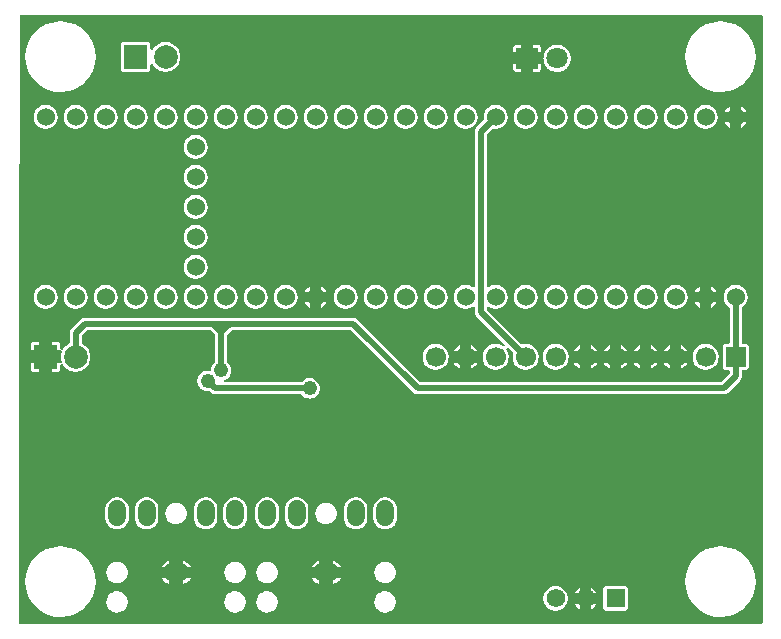
<source format=gbl>
G04 Layer: BottomLayer*
G04 EasyEDA v6.4.19.5, 2021-06-08T16:18:50+02:00*
G04 4e34ef463dd44b9695d7138247dbe7fd,563db0ff5b334ec4995e7372edb549dc,10*
G04 Gerber Generator version 0.2*
G04 Scale: 100 percent, Rotated: No, Reflected: No *
G04 Dimensions in millimeters *
G04 leading zeros omitted , absolute positions ,4 integer and 5 decimal *
%FSLAX45Y45*%
%MOMM*%

%ADD11C,0.5080*%
%ADD14C,1.2200*%
%ADD21C,2.0000*%
%ADD22C,1.8000*%
%ADD24C,1.5240*%
%ADD25C,1.5748*%
%ADD26R,1.5748X1.5748*%
%ADD27R,1.7000X1.7000*%
%ADD28C,1.7000*%
%ADD29C,1.5000*%

%LPD*%
G36*
X2829814Y8153653D02*
G01*
X2825902Y8154416D01*
X2822651Y8156651D01*
X2820416Y8159902D01*
X2819654Y8163814D01*
X2819654Y10764164D01*
X2832100Y13295934D01*
X2831947Y13301675D01*
X2833928Y13305637D01*
X2837484Y13308380D01*
X2841802Y13309346D01*
X9108186Y13309346D01*
X9112097Y13308584D01*
X9115348Y13306348D01*
X9117584Y13303097D01*
X9118346Y13299186D01*
X9118346Y8163814D01*
X9117584Y8159902D01*
X9115348Y8156651D01*
X9112097Y8154416D01*
X9108186Y8153653D01*
G37*

%LPC*%
G36*
X8762441Y8209127D02*
G01*
X8763558Y8209127D01*
X8838438Y8219186D01*
X8883446Y8234273D01*
X8943340Y8269274D01*
X8973312Y8294420D01*
X9013240Y8344408D01*
X9038183Y8389518D01*
X9058046Y8454542D01*
X9062923Y8509457D01*
X9057843Y8564524D01*
X9038183Y8628481D01*
X9003233Y8688628D01*
X8973362Y8723630D01*
X8928303Y8758783D01*
X8883396Y8783777D01*
X8838438Y8798864D01*
X8763660Y8808923D01*
X8762339Y8808923D01*
X8687562Y8798864D01*
X8642604Y8783777D01*
X8597696Y8758783D01*
X8553450Y8724392D01*
X8513267Y8674354D01*
X8487816Y8628532D01*
X8467953Y8563508D01*
X8463076Y8508542D01*
X8468156Y8453526D01*
X8487816Y8389518D01*
X8513368Y8343595D01*
X8553196Y8298789D01*
X8597595Y8259368D01*
X8642553Y8234273D01*
X8707526Y8214207D01*
G37*
G36*
X3174441Y8209127D02*
G01*
X3175558Y8209127D01*
X3250438Y8219186D01*
X3295446Y8234273D01*
X3355340Y8269274D01*
X3385312Y8294420D01*
X3425240Y8344408D01*
X3450183Y8389518D01*
X3470046Y8454542D01*
X3474923Y8509457D01*
X3469843Y8564524D01*
X3450183Y8628481D01*
X3415233Y8688628D01*
X3385362Y8723630D01*
X3340303Y8758783D01*
X3295396Y8783777D01*
X3250438Y8798864D01*
X3175660Y8808923D01*
X3174339Y8808923D01*
X3099562Y8798864D01*
X3054604Y8783777D01*
X3009696Y8758783D01*
X2965450Y8724392D01*
X2925267Y8674354D01*
X2899816Y8628532D01*
X2879953Y8563508D01*
X2875076Y8508542D01*
X2880156Y8453526D01*
X2899816Y8389518D01*
X2925368Y8343595D01*
X2965145Y8298789D01*
X3009595Y8259368D01*
X3054553Y8234273D01*
X3119526Y8214207D01*
G37*
G36*
X3656076Y8248599D02*
G01*
X3668623Y8249920D01*
X3680917Y8253018D01*
X3692651Y8257743D01*
X3703574Y8264042D01*
X3713530Y8271814D01*
X3722319Y8280908D01*
X3729736Y8291169D01*
X3735679Y8302345D01*
X3739997Y8314181D01*
X3742639Y8326577D01*
X3743553Y8339175D01*
X3742639Y8351824D01*
X3739997Y8364169D01*
X3735679Y8376056D01*
X3729736Y8387232D01*
X3722319Y8397443D01*
X3713530Y8406536D01*
X3703574Y8414308D01*
X3692651Y8420658D01*
X3680917Y8425383D01*
X3668623Y8428431D01*
X3656076Y8429752D01*
X3643426Y8429345D01*
X3630980Y8427110D01*
X3618941Y8423198D01*
X3607562Y8417661D01*
X3597097Y8410600D01*
X3587699Y8402167D01*
X3579571Y8392464D01*
X3572865Y8381746D01*
X3567734Y8370163D01*
X3564229Y8358022D01*
X3562502Y8345525D01*
X3562502Y8332876D01*
X3564229Y8320328D01*
X3567734Y8308187D01*
X3572865Y8296656D01*
X3579571Y8285937D01*
X3587699Y8276234D01*
X3597097Y8267750D01*
X3607562Y8260689D01*
X3618941Y8255152D01*
X3630980Y8251240D01*
X3643426Y8249056D01*
G37*
G36*
X4656074Y8248599D02*
G01*
X4668621Y8249920D01*
X4680915Y8253018D01*
X4692650Y8257743D01*
X4703572Y8264042D01*
X4713528Y8271814D01*
X4722317Y8280908D01*
X4729734Y8291169D01*
X4735677Y8302345D01*
X4739995Y8314181D01*
X4742637Y8326577D01*
X4743551Y8339175D01*
X4742637Y8351824D01*
X4739995Y8364169D01*
X4735677Y8376056D01*
X4729734Y8387232D01*
X4722317Y8397443D01*
X4713528Y8406536D01*
X4703572Y8414308D01*
X4692650Y8420658D01*
X4680915Y8425383D01*
X4668621Y8428431D01*
X4656074Y8429752D01*
X4643424Y8429345D01*
X4630978Y8427110D01*
X4618939Y8423198D01*
X4607560Y8417661D01*
X4597095Y8410600D01*
X4587697Y8402167D01*
X4579569Y8392464D01*
X4572863Y8381746D01*
X4567732Y8370163D01*
X4564227Y8358022D01*
X4562500Y8345525D01*
X4562500Y8332876D01*
X4564227Y8320328D01*
X4567732Y8308187D01*
X4572863Y8296656D01*
X4579569Y8285937D01*
X4587697Y8276234D01*
X4597095Y8267750D01*
X4607560Y8260689D01*
X4618939Y8255152D01*
X4630978Y8251240D01*
X4643424Y8249056D01*
G37*
G36*
X4926076Y8248599D02*
G01*
X4938623Y8249920D01*
X4950917Y8253018D01*
X4962652Y8257743D01*
X4973574Y8264042D01*
X4983530Y8271814D01*
X4992319Y8280908D01*
X4999736Y8291169D01*
X5005679Y8302345D01*
X5009997Y8314181D01*
X5012639Y8326577D01*
X5013553Y8339175D01*
X5012639Y8351824D01*
X5009997Y8364169D01*
X5005679Y8376056D01*
X4999736Y8387232D01*
X4992319Y8397443D01*
X4983530Y8406536D01*
X4973574Y8414308D01*
X4962652Y8420658D01*
X4950917Y8425383D01*
X4938623Y8428431D01*
X4926076Y8429752D01*
X4913426Y8429345D01*
X4900980Y8427110D01*
X4888941Y8423198D01*
X4877562Y8417661D01*
X4867097Y8410600D01*
X4857699Y8402167D01*
X4849571Y8392464D01*
X4842865Y8381746D01*
X4837734Y8370163D01*
X4834229Y8358022D01*
X4832502Y8345525D01*
X4832502Y8332876D01*
X4834229Y8320328D01*
X4837734Y8308187D01*
X4842865Y8296656D01*
X4849571Y8285937D01*
X4857699Y8276234D01*
X4867097Y8267750D01*
X4877562Y8260689D01*
X4888941Y8255152D01*
X4900980Y8251240D01*
X4913426Y8249056D01*
G37*
G36*
X5926074Y8248599D02*
G01*
X5938621Y8249920D01*
X5950915Y8253018D01*
X5962650Y8257743D01*
X5973572Y8264042D01*
X5983528Y8271814D01*
X5992317Y8280908D01*
X5999734Y8291169D01*
X6005677Y8302345D01*
X6009995Y8314181D01*
X6012637Y8326577D01*
X6013551Y8339175D01*
X6012637Y8351824D01*
X6009995Y8364169D01*
X6005677Y8376056D01*
X5999734Y8387232D01*
X5992317Y8397443D01*
X5983528Y8406536D01*
X5973572Y8414308D01*
X5962650Y8420658D01*
X5950915Y8425383D01*
X5938621Y8428431D01*
X5926074Y8429752D01*
X5913424Y8429345D01*
X5900978Y8427110D01*
X5888939Y8423198D01*
X5877560Y8417661D01*
X5867095Y8410600D01*
X5857697Y8402167D01*
X5849569Y8392464D01*
X5842863Y8381746D01*
X5837732Y8370163D01*
X5834227Y8358022D01*
X5832500Y8345525D01*
X5832500Y8332876D01*
X5834227Y8320328D01*
X5837732Y8308187D01*
X5842863Y8296656D01*
X5849569Y8285937D01*
X5857697Y8276234D01*
X5867095Y8267750D01*
X5877560Y8260689D01*
X5888939Y8255152D01*
X5900978Y8251240D01*
X5913424Y8249056D01*
G37*
G36*
X7366000Y8264906D02*
G01*
X7379614Y8265820D01*
X7393025Y8268462D01*
X7405928Y8272881D01*
X7418171Y8278926D01*
X7429550Y8286496D01*
X7439812Y8295487D01*
X7448803Y8305749D01*
X7456373Y8317128D01*
X7462418Y8329371D01*
X7466838Y8342274D01*
X7469479Y8355685D01*
X7470394Y8369300D01*
X7469479Y8382914D01*
X7466838Y8396325D01*
X7462418Y8409228D01*
X7456373Y8421471D01*
X7448803Y8432850D01*
X7439812Y8443112D01*
X7429550Y8452104D01*
X7418171Y8459673D01*
X7405928Y8465718D01*
X7393025Y8470138D01*
X7379614Y8472779D01*
X7366000Y8473694D01*
X7352385Y8472779D01*
X7338974Y8470138D01*
X7326071Y8465718D01*
X7313828Y8459673D01*
X7302449Y8452104D01*
X7292187Y8443112D01*
X7283196Y8432850D01*
X7275626Y8421471D01*
X7269581Y8409228D01*
X7265162Y8396325D01*
X7262520Y8382914D01*
X7261606Y8369300D01*
X7262520Y8355685D01*
X7265162Y8342274D01*
X7269581Y8329371D01*
X7275626Y8317128D01*
X7283196Y8305749D01*
X7292187Y8295487D01*
X7302449Y8286496D01*
X7313828Y8278926D01*
X7326071Y8272881D01*
X7338974Y8268462D01*
X7352385Y8265820D01*
G37*
G36*
X7795818Y8264906D02*
G01*
X7952181Y8264906D01*
X7958429Y8265617D01*
X7963865Y8267496D01*
X7968691Y8270544D01*
X7972755Y8274608D01*
X7975803Y8279434D01*
X7977682Y8284870D01*
X7978394Y8291118D01*
X7978394Y8447481D01*
X7977682Y8453729D01*
X7975803Y8459165D01*
X7972755Y8463991D01*
X7968691Y8468055D01*
X7963865Y8471103D01*
X7958429Y8472982D01*
X7952181Y8473694D01*
X7795818Y8473694D01*
X7789570Y8472982D01*
X7784134Y8471103D01*
X7779308Y8468055D01*
X7775244Y8463991D01*
X7772196Y8459165D01*
X7770317Y8453729D01*
X7769606Y8447481D01*
X7769606Y8291118D01*
X7770317Y8284870D01*
X7772196Y8279434D01*
X7775244Y8274608D01*
X7779308Y8270544D01*
X7784134Y8267496D01*
X7789570Y8265617D01*
G37*
G36*
X7574280Y8275726D02*
G01*
X7574280Y8323580D01*
X7526426Y8323580D01*
X7529626Y8317128D01*
X7537196Y8305749D01*
X7546187Y8295487D01*
X7556449Y8286496D01*
X7567828Y8278926D01*
G37*
G36*
X7665720Y8275726D02*
G01*
X7672171Y8278926D01*
X7683550Y8286496D01*
X7693812Y8295487D01*
X7702803Y8305749D01*
X7710373Y8317128D01*
X7713573Y8323580D01*
X7665720Y8323580D01*
G37*
G36*
X7526426Y8415020D02*
G01*
X7574280Y8415020D01*
X7574280Y8462873D01*
X7567828Y8459673D01*
X7556449Y8452104D01*
X7546187Y8443112D01*
X7537196Y8432850D01*
X7529626Y8421471D01*
G37*
G36*
X7665720Y8415020D02*
G01*
X7713573Y8415020D01*
X7710373Y8421471D01*
X7702803Y8432850D01*
X7693812Y8443112D01*
X7683550Y8452104D01*
X7672171Y8459673D01*
X7665720Y8462873D01*
G37*
G36*
X5361533Y8492083D02*
G01*
X5361533Y8545322D01*
X5297576Y8545322D01*
X5300726Y8538870D01*
X5308041Y8527948D01*
X5316728Y8518042D01*
X5326634Y8509355D01*
X5337606Y8502040D01*
X5349392Y8496198D01*
G37*
G36*
X4091533Y8492083D02*
G01*
X4091533Y8545322D01*
X4027576Y8545322D01*
X4030726Y8538870D01*
X4038041Y8527948D01*
X4046728Y8518042D01*
X4056634Y8509355D01*
X4067606Y8502040D01*
X4079392Y8496198D01*
G37*
G36*
X4214266Y8492083D02*
G01*
X4226407Y8496198D01*
X4238193Y8502040D01*
X4249166Y8509355D01*
X4259072Y8518042D01*
X4267758Y8527948D01*
X4275074Y8538870D01*
X4278223Y8545322D01*
X4214266Y8545322D01*
G37*
G36*
X5484266Y8492083D02*
G01*
X5496407Y8496198D01*
X5508193Y8502040D01*
X5519166Y8509355D01*
X5529072Y8518042D01*
X5537758Y8527948D01*
X5545074Y8538870D01*
X5548223Y8545322D01*
X5484266Y8545322D01*
G37*
G36*
X5926074Y8498636D02*
G01*
X5938621Y8499957D01*
X5950915Y8503005D01*
X5962650Y8507730D01*
X5973572Y8514080D01*
X5983528Y8521852D01*
X5992317Y8530945D01*
X5999734Y8541156D01*
X6005677Y8552332D01*
X6009995Y8564219D01*
X6012637Y8576564D01*
X6013551Y8589213D01*
X6012637Y8601811D01*
X6009995Y8614206D01*
X6005677Y8626043D01*
X5999734Y8637219D01*
X5992317Y8647480D01*
X5983528Y8656574D01*
X5973572Y8664346D01*
X5962650Y8670645D01*
X5950915Y8675370D01*
X5938621Y8678468D01*
X5926074Y8679789D01*
X5913424Y8679332D01*
X5900978Y8677148D01*
X5888939Y8673236D01*
X5877560Y8667699D01*
X5867095Y8660638D01*
X5857697Y8652154D01*
X5849569Y8642451D01*
X5842863Y8631732D01*
X5837732Y8620201D01*
X5834227Y8608060D01*
X5832500Y8595512D01*
X5832500Y8582863D01*
X5834227Y8570366D01*
X5837732Y8558225D01*
X5842863Y8546642D01*
X5849569Y8535924D01*
X5857697Y8526221D01*
X5867095Y8517788D01*
X5877560Y8510727D01*
X5888939Y8505190D01*
X5900978Y8501278D01*
X5913424Y8499043D01*
G37*
G36*
X4656074Y8498636D02*
G01*
X4668621Y8499957D01*
X4680915Y8503005D01*
X4692650Y8507730D01*
X4703572Y8514080D01*
X4713528Y8521852D01*
X4722317Y8530945D01*
X4729734Y8541156D01*
X4735677Y8552332D01*
X4739995Y8564219D01*
X4742637Y8576564D01*
X4743551Y8589213D01*
X4742637Y8601811D01*
X4739995Y8614206D01*
X4735677Y8626043D01*
X4729734Y8637219D01*
X4722317Y8647480D01*
X4713528Y8656574D01*
X4703572Y8664346D01*
X4692650Y8670645D01*
X4680915Y8675370D01*
X4668621Y8678468D01*
X4656074Y8679789D01*
X4643424Y8679332D01*
X4630978Y8677148D01*
X4618939Y8673236D01*
X4607560Y8667699D01*
X4597095Y8660638D01*
X4587697Y8652154D01*
X4579569Y8642451D01*
X4572863Y8631732D01*
X4567732Y8620201D01*
X4564227Y8608060D01*
X4562500Y8595512D01*
X4562500Y8582863D01*
X4564227Y8570366D01*
X4567732Y8558225D01*
X4572863Y8546642D01*
X4579569Y8535924D01*
X4587697Y8526221D01*
X4597095Y8517788D01*
X4607560Y8510727D01*
X4618939Y8505190D01*
X4630978Y8501278D01*
X4643424Y8499043D01*
G37*
G36*
X4926076Y8498636D02*
G01*
X4938623Y8499957D01*
X4950917Y8503005D01*
X4962652Y8507730D01*
X4973574Y8514080D01*
X4983530Y8521852D01*
X4992319Y8530945D01*
X4999736Y8541156D01*
X5005679Y8552332D01*
X5009997Y8564219D01*
X5012639Y8576564D01*
X5013553Y8589213D01*
X5012639Y8601811D01*
X5009997Y8614206D01*
X5005679Y8626043D01*
X4999736Y8637219D01*
X4992319Y8647480D01*
X4983530Y8656574D01*
X4973574Y8664346D01*
X4962652Y8670645D01*
X4950917Y8675370D01*
X4938623Y8678468D01*
X4926076Y8679789D01*
X4913426Y8679332D01*
X4900980Y8677148D01*
X4888941Y8673236D01*
X4877562Y8667699D01*
X4867097Y8660638D01*
X4857699Y8652154D01*
X4849571Y8642451D01*
X4842865Y8631732D01*
X4837734Y8620201D01*
X4834229Y8608060D01*
X4832502Y8595512D01*
X4832502Y8582863D01*
X4834229Y8570366D01*
X4837734Y8558225D01*
X4842865Y8546642D01*
X4849571Y8535924D01*
X4857699Y8526221D01*
X4867097Y8517788D01*
X4877562Y8510727D01*
X4888941Y8505190D01*
X4900980Y8501278D01*
X4913426Y8499043D01*
G37*
G36*
X3656076Y8498636D02*
G01*
X3668623Y8499957D01*
X3680917Y8503005D01*
X3692651Y8507730D01*
X3703574Y8514080D01*
X3713530Y8521852D01*
X3722319Y8530945D01*
X3729736Y8541156D01*
X3735679Y8552332D01*
X3739997Y8564219D01*
X3742639Y8576564D01*
X3743553Y8589213D01*
X3742639Y8601811D01*
X3739997Y8614206D01*
X3735679Y8626043D01*
X3729736Y8637219D01*
X3722319Y8647480D01*
X3713530Y8656574D01*
X3703574Y8664346D01*
X3692651Y8670645D01*
X3680917Y8675370D01*
X3668623Y8678468D01*
X3656076Y8679789D01*
X3643426Y8679332D01*
X3630980Y8677148D01*
X3618941Y8673236D01*
X3607562Y8667699D01*
X3597097Y8660638D01*
X3587699Y8652154D01*
X3579571Y8642451D01*
X3572865Y8631732D01*
X3567734Y8620201D01*
X3564229Y8608060D01*
X3562502Y8595512D01*
X3562502Y8582863D01*
X3564229Y8570366D01*
X3567734Y8558225D01*
X3572865Y8546642D01*
X3579571Y8535924D01*
X3587699Y8526221D01*
X3597097Y8517788D01*
X3607562Y8510727D01*
X3618941Y8505190D01*
X3630980Y8501278D01*
X3643426Y8499043D01*
G37*
G36*
X4027576Y8633053D02*
G01*
X4091533Y8633053D01*
X4091533Y8686292D01*
X4079392Y8682177D01*
X4067606Y8676335D01*
X4056634Y8669020D01*
X4046728Y8660333D01*
X4038041Y8650427D01*
X4030726Y8639505D01*
G37*
G36*
X5297576Y8633053D02*
G01*
X5361533Y8633053D01*
X5361533Y8686292D01*
X5349392Y8682177D01*
X5337606Y8676335D01*
X5326634Y8669020D01*
X5316728Y8660333D01*
X5308041Y8650427D01*
X5300726Y8639505D01*
G37*
G36*
X4214266Y8633053D02*
G01*
X4278223Y8633053D01*
X4275074Y8639505D01*
X4267758Y8650427D01*
X4259072Y8660333D01*
X4249166Y8669020D01*
X4238193Y8676335D01*
X4226407Y8682177D01*
X4214266Y8686292D01*
G37*
G36*
X5484266Y8633053D02*
G01*
X5548223Y8633053D01*
X5545074Y8639505D01*
X5537758Y8650427D01*
X5529072Y8660333D01*
X5519166Y8669020D01*
X5508193Y8676335D01*
X5496407Y8682177D01*
X5484266Y8686292D01*
G37*
G36*
X4922926Y8953550D02*
G01*
X4936032Y8954414D01*
X4948936Y8957005D01*
X4961432Y8961221D01*
X4973218Y8967012D01*
X4984140Y8974328D01*
X4994046Y8983014D01*
X5002733Y8992920D01*
X5010048Y9003893D01*
X5015890Y9015679D01*
X5020106Y9028125D01*
X5022697Y9041028D01*
X5023561Y9054541D01*
X5023561Y9123832D01*
X5022697Y9137345D01*
X5020106Y9150248D01*
X5015890Y9162694D01*
X5010048Y9174480D01*
X5002733Y9185452D01*
X4994046Y9195358D01*
X4984140Y9204045D01*
X4973218Y9211360D01*
X4961432Y9217152D01*
X4948936Y9221368D01*
X4936032Y9223959D01*
X4922926Y9224822D01*
X4909769Y9223959D01*
X4896866Y9221368D01*
X4884369Y9217152D01*
X4872583Y9211360D01*
X4861661Y9204045D01*
X4851755Y9195358D01*
X4843068Y9185452D01*
X4835753Y9174480D01*
X4829911Y9162694D01*
X4825695Y9150248D01*
X4823155Y9137345D01*
X4822240Y9123832D01*
X4822240Y9054541D01*
X4823155Y9041028D01*
X4825695Y9028125D01*
X4829911Y9015679D01*
X4835753Y9003893D01*
X4843068Y8992920D01*
X4851755Y8983014D01*
X4861661Y8974328D01*
X4872583Y8967012D01*
X4884369Y8961221D01*
X4896866Y8957005D01*
X4909769Y8954414D01*
G37*
G36*
X3902913Y8953550D02*
G01*
X3916019Y8954414D01*
X3928922Y8957005D01*
X3941419Y8961221D01*
X3953205Y8967012D01*
X3964178Y8974328D01*
X3974033Y8983014D01*
X3982720Y8992920D01*
X3990035Y9003893D01*
X3995877Y9015679D01*
X4000093Y9028125D01*
X4002684Y9041028D01*
X4003548Y9054541D01*
X4003548Y9123832D01*
X4002684Y9137345D01*
X4000093Y9150248D01*
X3995877Y9162694D01*
X3990035Y9174480D01*
X3982720Y9185452D01*
X3974033Y9195358D01*
X3964178Y9204045D01*
X3953205Y9211360D01*
X3941419Y9217152D01*
X3928922Y9221368D01*
X3916019Y9223959D01*
X3902913Y9224822D01*
X3889756Y9223959D01*
X3876852Y9221368D01*
X3864406Y9217152D01*
X3852570Y9211360D01*
X3841648Y9204045D01*
X3831742Y9195358D01*
X3823055Y9185452D01*
X3815740Y9174480D01*
X3809949Y9162694D01*
X3805682Y9150248D01*
X3803142Y9137345D01*
X3802227Y9123832D01*
X3802227Y9054541D01*
X3803142Y9041028D01*
X3805682Y9028125D01*
X3809949Y9015679D01*
X3815740Y9003893D01*
X3823055Y8992920D01*
X3831742Y8983014D01*
X3841648Y8974328D01*
X3852570Y8967012D01*
X3864406Y8961221D01*
X3876852Y8957005D01*
X3889756Y8954414D01*
G37*
G36*
X4402886Y8953550D02*
G01*
X4416044Y8954414D01*
X4428947Y8957005D01*
X4441393Y8961221D01*
X4453229Y8967012D01*
X4464151Y8974328D01*
X4474057Y8983014D01*
X4482744Y8992920D01*
X4490059Y9003893D01*
X4495850Y9015679D01*
X4500118Y9028125D01*
X4502658Y9041028D01*
X4503572Y9054541D01*
X4503572Y9123832D01*
X4502658Y9137345D01*
X4500118Y9150248D01*
X4495850Y9162694D01*
X4490059Y9174480D01*
X4482744Y9185452D01*
X4474057Y9195358D01*
X4464151Y9204045D01*
X4453229Y9211360D01*
X4441393Y9217152D01*
X4428947Y9221368D01*
X4416044Y9223959D01*
X4402886Y9224822D01*
X4389780Y9223959D01*
X4376877Y9221368D01*
X4364380Y9217152D01*
X4352594Y9211360D01*
X4341622Y9204045D01*
X4331766Y9195358D01*
X4323080Y9185452D01*
X4315764Y9174480D01*
X4309922Y9162694D01*
X4305706Y9150248D01*
X4303115Y9137345D01*
X4302252Y9123832D01*
X4302252Y9054541D01*
X4303115Y9041028D01*
X4305706Y9028125D01*
X4309922Y9015679D01*
X4315764Y9003893D01*
X4323080Y8992920D01*
X4331766Y8983014D01*
X4341622Y8974328D01*
X4352594Y8967012D01*
X4364380Y8961221D01*
X4376877Y8957005D01*
X4389780Y8954414D01*
G37*
G36*
X5922924Y8953550D02*
G01*
X5936030Y8954414D01*
X5948934Y8957005D01*
X5961430Y8961221D01*
X5973216Y8967012D01*
X5984138Y8974328D01*
X5994044Y8983014D01*
X6002731Y8992920D01*
X6010046Y9003893D01*
X6015888Y9015679D01*
X6020104Y9028125D01*
X6022695Y9041028D01*
X6023559Y9054541D01*
X6023559Y9123832D01*
X6022695Y9137345D01*
X6020104Y9150248D01*
X6015888Y9162694D01*
X6010046Y9174480D01*
X6002731Y9185452D01*
X5994044Y9195358D01*
X5984138Y9204045D01*
X5973216Y9211360D01*
X5961430Y9217152D01*
X5948934Y9221368D01*
X5936030Y9223959D01*
X5922924Y9224822D01*
X5909767Y9223959D01*
X5896864Y9221368D01*
X5884367Y9217152D01*
X5872581Y9211360D01*
X5861659Y9204045D01*
X5851753Y9195358D01*
X5843066Y9185452D01*
X5835751Y9174480D01*
X5829909Y9162694D01*
X5825693Y9150248D01*
X5823153Y9137345D01*
X5822238Y9123832D01*
X5822238Y9054541D01*
X5823153Y9041028D01*
X5825693Y9028125D01*
X5829909Y9015679D01*
X5835751Y9003893D01*
X5843066Y8992920D01*
X5851753Y8983014D01*
X5861659Y8974328D01*
X5872581Y8967012D01*
X5884367Y8961221D01*
X5896864Y8957005D01*
X5909767Y8954414D01*
G37*
G36*
X5172913Y8953550D02*
G01*
X5186019Y8954414D01*
X5198922Y8957005D01*
X5211419Y8961221D01*
X5223205Y8967012D01*
X5234178Y8974328D01*
X5244033Y8983014D01*
X5252720Y8992920D01*
X5260035Y9003893D01*
X5265877Y9015679D01*
X5270093Y9028125D01*
X5272684Y9041028D01*
X5273548Y9054541D01*
X5273548Y9123832D01*
X5272684Y9137345D01*
X5270093Y9150248D01*
X5265877Y9162694D01*
X5260035Y9174480D01*
X5252720Y9185452D01*
X5244033Y9195358D01*
X5234178Y9204045D01*
X5223205Y9211360D01*
X5211419Y9217152D01*
X5198922Y9221368D01*
X5186019Y9223959D01*
X5172913Y9224822D01*
X5159756Y9223959D01*
X5146852Y9221368D01*
X5134406Y9217152D01*
X5122570Y9211360D01*
X5111648Y9204045D01*
X5101742Y9195358D01*
X5093055Y9185452D01*
X5085740Y9174480D01*
X5079949Y9162694D01*
X5075682Y9150248D01*
X5073142Y9137345D01*
X5072227Y9123832D01*
X5072227Y9054541D01*
X5073142Y9041028D01*
X5075682Y9028125D01*
X5079949Y9015679D01*
X5085740Y9003893D01*
X5093055Y8992920D01*
X5101742Y8983014D01*
X5111648Y8974328D01*
X5122570Y8967012D01*
X5134406Y8961221D01*
X5146852Y8957005D01*
X5159756Y8954414D01*
G37*
G36*
X5672886Y8953550D02*
G01*
X5686044Y8954414D01*
X5698947Y8957005D01*
X5711393Y8961221D01*
X5723229Y8967012D01*
X5734151Y8974328D01*
X5744057Y8983014D01*
X5752744Y8992920D01*
X5760059Y9003893D01*
X5765850Y9015679D01*
X5770118Y9028125D01*
X5772658Y9041028D01*
X5773572Y9054541D01*
X5773572Y9123832D01*
X5772658Y9137345D01*
X5770118Y9150248D01*
X5765850Y9162694D01*
X5760059Y9174480D01*
X5752744Y9185452D01*
X5744057Y9195358D01*
X5734151Y9204045D01*
X5723229Y9211360D01*
X5711393Y9217152D01*
X5698947Y9221368D01*
X5686044Y9223959D01*
X5672886Y9224822D01*
X5659780Y9223959D01*
X5646877Y9221368D01*
X5634380Y9217152D01*
X5622594Y9211360D01*
X5611622Y9204045D01*
X5601766Y9195358D01*
X5593080Y9185452D01*
X5585764Y9174480D01*
X5579922Y9162694D01*
X5575706Y9150248D01*
X5573115Y9137345D01*
X5572252Y9123832D01*
X5572252Y9054541D01*
X5573115Y9041028D01*
X5575706Y9028125D01*
X5579922Y9015679D01*
X5585764Y9003893D01*
X5593080Y8992920D01*
X5601766Y8983014D01*
X5611622Y8974328D01*
X5622594Y8967012D01*
X5634380Y8961221D01*
X5646877Y8957005D01*
X5659780Y8954414D01*
G37*
G36*
X4652924Y8953550D02*
G01*
X4666030Y8954414D01*
X4678934Y8957005D01*
X4691430Y8961221D01*
X4703216Y8967012D01*
X4714138Y8974328D01*
X4724044Y8983014D01*
X4732731Y8992920D01*
X4740046Y9003893D01*
X4745888Y9015679D01*
X4750104Y9028125D01*
X4752695Y9041028D01*
X4753559Y9054541D01*
X4753559Y9123832D01*
X4752695Y9137345D01*
X4750104Y9150248D01*
X4745888Y9162694D01*
X4740046Y9174480D01*
X4732731Y9185452D01*
X4724044Y9195358D01*
X4714138Y9204045D01*
X4703216Y9211360D01*
X4691430Y9217152D01*
X4678934Y9221368D01*
X4666030Y9223959D01*
X4652924Y9224822D01*
X4639767Y9223959D01*
X4626864Y9221368D01*
X4614367Y9217152D01*
X4602581Y9211360D01*
X4591659Y9204045D01*
X4581753Y9195358D01*
X4573066Y9185452D01*
X4565751Y9174480D01*
X4559909Y9162694D01*
X4555693Y9150248D01*
X4553153Y9137345D01*
X4552238Y9123832D01*
X4552238Y9054541D01*
X4553153Y9041028D01*
X4555693Y9028125D01*
X4559909Y9015679D01*
X4565751Y9003893D01*
X4573066Y8992920D01*
X4581753Y8983014D01*
X4591659Y8974328D01*
X4602581Y8967012D01*
X4614367Y8961221D01*
X4626864Y8957005D01*
X4639767Y8954414D01*
G37*
G36*
X3652875Y8953550D02*
G01*
X3666032Y8954414D01*
X3678936Y8957005D01*
X3691432Y8961221D01*
X3703218Y8967012D01*
X3714140Y8974328D01*
X3724046Y8983014D01*
X3732733Y8992920D01*
X3740048Y9003893D01*
X3745890Y9015679D01*
X3750106Y9028125D01*
X3752697Y9041028D01*
X3753561Y9054541D01*
X3753561Y9123832D01*
X3752697Y9137345D01*
X3750106Y9150248D01*
X3745890Y9162694D01*
X3740048Y9174480D01*
X3732733Y9185452D01*
X3724046Y9195358D01*
X3714140Y9204045D01*
X3703218Y9211360D01*
X3691432Y9217152D01*
X3678936Y9221368D01*
X3666032Y9223959D01*
X3652875Y9224822D01*
X3639769Y9223959D01*
X3626865Y9221368D01*
X3614369Y9217152D01*
X3602583Y9211360D01*
X3591661Y9204045D01*
X3581755Y9195358D01*
X3573068Y9185452D01*
X3565753Y9174480D01*
X3559911Y9162694D01*
X3555695Y9150248D01*
X3553104Y9137345D01*
X3552240Y9123832D01*
X3552240Y9054541D01*
X3553104Y9041028D01*
X3555695Y9028125D01*
X3559911Y9015679D01*
X3565753Y9003893D01*
X3573068Y8992920D01*
X3581755Y8983014D01*
X3591661Y8974328D01*
X3602583Y8967012D01*
X3614369Y8961221D01*
X3626865Y8957005D01*
X3639769Y8954414D01*
G37*
G36*
X5426049Y8998610D02*
G01*
X5438648Y8999931D01*
X5450890Y9003030D01*
X5462625Y9007754D01*
X5473598Y9014053D01*
X5483555Y9021826D01*
X5492343Y9030919D01*
X5499760Y9041180D01*
X5505704Y9052356D01*
X5510022Y9064193D01*
X5512663Y9076588D01*
X5513527Y9089186D01*
X5512663Y9101836D01*
X5510022Y9114180D01*
X5505704Y9126067D01*
X5499760Y9137243D01*
X5492343Y9147454D01*
X5483555Y9156547D01*
X5473598Y9164320D01*
X5462625Y9170670D01*
X5450890Y9175394D01*
X5438648Y9178442D01*
X5426049Y9179763D01*
X5413451Y9179356D01*
X5400954Y9177121D01*
X5388965Y9173210D01*
X5377586Y9167672D01*
X5367121Y9160611D01*
X5357723Y9152178D01*
X5349595Y9142476D01*
X5342890Y9131757D01*
X5337759Y9120174D01*
X5334254Y9108033D01*
X5332476Y9095536D01*
X5332476Y9082887D01*
X5334254Y9070340D01*
X5337759Y9058198D01*
X5342890Y9046667D01*
X5349595Y9035948D01*
X5357723Y9026245D01*
X5367121Y9017762D01*
X5377586Y9010700D01*
X5388965Y9005163D01*
X5400954Y9001252D01*
X5413451Y8999067D01*
G37*
G36*
X4156049Y8998610D02*
G01*
X4168648Y8999931D01*
X4180890Y9003030D01*
X4192625Y9007754D01*
X4203598Y9014053D01*
X4213555Y9021826D01*
X4222343Y9030919D01*
X4229760Y9041180D01*
X4235704Y9052356D01*
X4240022Y9064193D01*
X4242663Y9076588D01*
X4243527Y9089186D01*
X4242663Y9101836D01*
X4240022Y9114180D01*
X4235704Y9126067D01*
X4229760Y9137243D01*
X4222343Y9147454D01*
X4213555Y9156547D01*
X4203598Y9164320D01*
X4192625Y9170670D01*
X4180890Y9175394D01*
X4168648Y9178442D01*
X4156049Y9179763D01*
X4143451Y9179356D01*
X4130954Y9177121D01*
X4118965Y9173210D01*
X4107586Y9167672D01*
X4097121Y9160611D01*
X4087723Y9152178D01*
X4079595Y9142476D01*
X4072890Y9131757D01*
X4067759Y9120174D01*
X4064254Y9108033D01*
X4062476Y9095536D01*
X4062476Y9082887D01*
X4064254Y9070340D01*
X4067759Y9058198D01*
X4072890Y9046667D01*
X4079595Y9035948D01*
X4087723Y9026245D01*
X4097121Y9017762D01*
X4107586Y9010700D01*
X4118965Y9005163D01*
X4130954Y9001252D01*
X4143451Y8999067D01*
G37*
G36*
X5283200Y10060686D02*
G01*
X5295544Y10061549D01*
X5307584Y10064191D01*
X5319166Y10068509D01*
X5330037Y10074402D01*
X5339943Y10081818D01*
X5348681Y10090556D01*
X5356098Y10100462D01*
X5361990Y10111333D01*
X5366308Y10122916D01*
X5368950Y10134955D01*
X5369814Y10147300D01*
X5368950Y10159644D01*
X5366308Y10171684D01*
X5361990Y10183266D01*
X5356098Y10194137D01*
X5348681Y10204043D01*
X5339943Y10212781D01*
X5330037Y10220198D01*
X5319166Y10226090D01*
X5307584Y10230408D01*
X5295544Y10233050D01*
X5283200Y10233914D01*
X5270855Y10233050D01*
X5258816Y10230408D01*
X5247233Y10226090D01*
X5236362Y10220198D01*
X5226456Y10212781D01*
X5217718Y10204043D01*
X5214264Y10200233D01*
X5211470Y10198811D01*
X5208371Y10198354D01*
X4565751Y10198354D01*
X4561840Y10199166D01*
X4558487Y10201402D01*
X4556302Y10204754D01*
X4555591Y10208717D01*
X4556455Y10212628D01*
X4558792Y10215930D01*
X4562195Y10218013D01*
X4569866Y10220909D01*
X4580737Y10226802D01*
X4590643Y10234218D01*
X4599381Y10242956D01*
X4606798Y10252862D01*
X4612690Y10263733D01*
X4617008Y10275316D01*
X4619650Y10287355D01*
X4620514Y10299700D01*
X4619650Y10312044D01*
X4617008Y10324084D01*
X4612690Y10335666D01*
X4606798Y10346537D01*
X4599381Y10356443D01*
X4590643Y10365181D01*
X4586935Y10368534D01*
X4585512Y10371328D01*
X4585055Y10374426D01*
X4585309Y10595559D01*
X4586122Y10599420D01*
X4588306Y10602722D01*
X4624933Y10639348D01*
X4628235Y10641584D01*
X4632147Y10642346D01*
X5626150Y10642346D01*
X5630011Y10641584D01*
X5633313Y10639348D01*
X6161328Y10111333D01*
X6164783Y10108184D01*
X6168339Y10105491D01*
X6172098Y10103104D01*
X6176010Y10101021D01*
X6180124Y10099344D01*
X6184392Y10097973D01*
X6188760Y10097008D01*
X6193129Y10096449D01*
X6197803Y10096246D01*
X8788196Y10096246D01*
X8792870Y10096449D01*
X8797239Y10097008D01*
X8801608Y10097973D01*
X8805875Y10099344D01*
X8809990Y10101021D01*
X8813901Y10103104D01*
X8817660Y10105491D01*
X8821216Y10108184D01*
X8824671Y10111333D01*
X8925966Y10212628D01*
X8929116Y10216083D01*
X8931808Y10219639D01*
X8934196Y10223398D01*
X8936278Y10227310D01*
X8937955Y10231424D01*
X8939326Y10235692D01*
X8940292Y10240060D01*
X8940850Y10244429D01*
X8941054Y10249103D01*
X8941054Y10293197D01*
X8941816Y10297058D01*
X8944051Y10300360D01*
X8947302Y10302595D01*
X8951214Y10303357D01*
X8974429Y10303357D01*
X8980678Y10304068D01*
X8986113Y10305948D01*
X8990939Y10308996D01*
X8995003Y10313060D01*
X8998051Y10317886D01*
X8999931Y10323322D01*
X9000642Y10329570D01*
X9000642Y10498429D01*
X8999931Y10504678D01*
X8998051Y10510113D01*
X8995003Y10514939D01*
X8990939Y10519003D01*
X8986113Y10522051D01*
X8980678Y10523931D01*
X8974429Y10524642D01*
X8951214Y10524642D01*
X8947302Y10525404D01*
X8944051Y10527639D01*
X8941816Y10530941D01*
X8941054Y10534802D01*
X8941054Y10828477D01*
X8941562Y10831677D01*
X8943086Y10834573D01*
X8945473Y10836859D01*
X8953093Y10842091D01*
X8963202Y10851184D01*
X8971991Y10861598D01*
X8979306Y10873079D01*
X8985046Y10885424D01*
X8989060Y10898378D01*
X8991295Y10911789D01*
X8991752Y10925403D01*
X8990431Y10938916D01*
X8987282Y10952175D01*
X8982354Y10964875D01*
X8975852Y10976813D01*
X8967774Y10987735D01*
X8958326Y10997539D01*
X8947607Y11005972D01*
X8935923Y11012881D01*
X8923426Y11018215D01*
X8910269Y11021771D01*
X8896807Y11023600D01*
X8883192Y11023600D01*
X8869730Y11021771D01*
X8856573Y11018215D01*
X8844076Y11012881D01*
X8832392Y11005972D01*
X8821674Y10997539D01*
X8812225Y10987735D01*
X8804148Y10976813D01*
X8797645Y10964875D01*
X8792718Y10952175D01*
X8789568Y10938916D01*
X8788247Y10925403D01*
X8788704Y10911789D01*
X8790940Y10898378D01*
X8794953Y10885424D01*
X8800693Y10873079D01*
X8808008Y10861598D01*
X8816797Y10851184D01*
X8826906Y10842091D01*
X8834526Y10836859D01*
X8836914Y10834573D01*
X8838438Y10831677D01*
X8838946Y10828477D01*
X8838946Y10534802D01*
X8838184Y10530941D01*
X8835948Y10527639D01*
X8832697Y10525404D01*
X8828786Y10524642D01*
X8805570Y10524642D01*
X8799322Y10523931D01*
X8793886Y10522051D01*
X8789060Y10519003D01*
X8784996Y10514939D01*
X8781948Y10510113D01*
X8780068Y10504678D01*
X8779357Y10498429D01*
X8779357Y10329570D01*
X8780068Y10323322D01*
X8781948Y10317886D01*
X8784996Y10313060D01*
X8789060Y10308996D01*
X8793886Y10305948D01*
X8799322Y10304068D01*
X8805570Y10303357D01*
X8828786Y10303357D01*
X8832697Y10302595D01*
X8835948Y10300360D01*
X8838184Y10297058D01*
X8838946Y10293197D01*
X8838946Y10274249D01*
X8838184Y10270388D01*
X8835948Y10267086D01*
X8770213Y10201351D01*
X8766911Y10199116D01*
X8763050Y10198354D01*
X6222949Y10198354D01*
X6219088Y10199116D01*
X6215786Y10201351D01*
X5687771Y10729366D01*
X5684316Y10732516D01*
X5680760Y10735208D01*
X5677001Y10737596D01*
X5673090Y10739678D01*
X5668975Y10741355D01*
X5664708Y10742726D01*
X5660339Y10743692D01*
X5655970Y10744250D01*
X5651296Y10744454D01*
X3378403Y10744454D01*
X3373678Y10744250D01*
X3369360Y10743692D01*
X3364890Y10742676D01*
X3360724Y10741355D01*
X3356559Y10739628D01*
X3352698Y10737596D01*
X3348837Y10735157D01*
X3345383Y10732516D01*
X3341878Y10729264D01*
X3265982Y10653115D01*
X3262884Y10649762D01*
X3260140Y10646156D01*
X3257803Y10642498D01*
X3255721Y10638434D01*
X3254044Y10634421D01*
X3252673Y10630052D01*
X3251708Y10625836D01*
X3251149Y10621314D01*
X3250946Y10616742D01*
X3250946Y10535107D01*
X3250234Y10531297D01*
X3248101Y10528096D01*
X3230626Y10517378D01*
X3218688Y10508030D01*
X3207969Y10497312D01*
X3198622Y10485374D01*
X3192526Y10475264D01*
X3189478Y10472115D01*
X3185464Y10470489D01*
X3181096Y10470743D01*
X3177235Y10472826D01*
X3174593Y10476280D01*
X3173679Y10480548D01*
X3173679Y10513415D01*
X3172968Y10519714D01*
X3171037Y10525099D01*
X3167989Y10529976D01*
X3163976Y10533989D01*
X3159099Y10537037D01*
X3153714Y10538968D01*
X3147415Y10539628D01*
X3104337Y10539628D01*
X3104337Y10470337D01*
X3174390Y10470337D01*
X3178098Y10469626D01*
X3181299Y10467644D01*
X3183534Y10464596D01*
X3184550Y10460939D01*
X3184093Y10457180D01*
X3180029Y10444073D01*
X3177286Y10429138D01*
X3176371Y10414000D01*
X3177286Y10398861D01*
X3180029Y10383926D01*
X3184093Y10370820D01*
X3184550Y10367060D01*
X3183534Y10363403D01*
X3181299Y10360355D01*
X3178098Y10358374D01*
X3174390Y10357662D01*
X3104337Y10357662D01*
X3104337Y10288320D01*
X3147415Y10288320D01*
X3153714Y10289032D01*
X3159099Y10290962D01*
X3163976Y10294010D01*
X3167989Y10298023D01*
X3171037Y10302900D01*
X3172968Y10308285D01*
X3173679Y10314584D01*
X3173679Y10347452D01*
X3174593Y10351719D01*
X3177235Y10355173D01*
X3181096Y10357256D01*
X3185464Y10357510D01*
X3189478Y10355884D01*
X3192526Y10352735D01*
X3198622Y10342626D01*
X3207969Y10330688D01*
X3218688Y10319969D01*
X3230626Y10310622D01*
X3243630Y10302748D01*
X3257448Y10296550D01*
X3271926Y10292029D01*
X3286861Y10289286D01*
X3302000Y10288371D01*
X3317138Y10289286D01*
X3332073Y10292029D01*
X3346551Y10296550D01*
X3360369Y10302748D01*
X3373374Y10310622D01*
X3385312Y10319969D01*
X3396030Y10330688D01*
X3405378Y10342626D01*
X3413251Y10355630D01*
X3419449Y10369448D01*
X3423970Y10383926D01*
X3426714Y10398861D01*
X3427628Y10414000D01*
X3426714Y10429138D01*
X3423970Y10444073D01*
X3419449Y10458551D01*
X3413251Y10472369D01*
X3405378Y10485374D01*
X3396030Y10497312D01*
X3385312Y10508030D01*
X3373374Y10517378D01*
X3355898Y10528096D01*
X3353765Y10531297D01*
X3353054Y10535107D01*
X3353054Y10591647D01*
X3353815Y10595508D01*
X3356000Y10598810D01*
X3396437Y10639348D01*
X3399739Y10641584D01*
X3403600Y10642346D01*
X4437583Y10642346D01*
X4441494Y10641533D01*
X4444796Y10639298D01*
X4480306Y10603179D01*
X4482490Y10599877D01*
X4483201Y10596016D01*
X4482947Y10374579D01*
X4482439Y10371480D01*
X4481068Y10368686D01*
X4477156Y10365181D01*
X4468418Y10356443D01*
X4461002Y10346537D01*
X4455109Y10335666D01*
X4450791Y10324084D01*
X4448149Y10312044D01*
X4447641Y10304983D01*
X4446422Y10300868D01*
X4443628Y10297617D01*
X4439666Y10295788D01*
X4435348Y10295788D01*
X4431944Y10296550D01*
X4419600Y10297414D01*
X4407255Y10296550D01*
X4395216Y10293908D01*
X4383633Y10289590D01*
X4372762Y10283698D01*
X4362856Y10276281D01*
X4354118Y10267543D01*
X4346702Y10257637D01*
X4340809Y10246766D01*
X4336491Y10235184D01*
X4333849Y10223144D01*
X4332986Y10210800D01*
X4333849Y10198455D01*
X4336491Y10186416D01*
X4340809Y10174833D01*
X4346702Y10163962D01*
X4354118Y10154056D01*
X4362856Y10145318D01*
X4372762Y10137902D01*
X4383633Y10132009D01*
X4395216Y10127691D01*
X4407255Y10125049D01*
X4419600Y10124186D01*
X4428439Y10124795D01*
X4432706Y10124186D01*
X4436364Y10121849D01*
X4446828Y10111333D01*
X4450283Y10108184D01*
X4453839Y10105491D01*
X4457598Y10103104D01*
X4461510Y10101021D01*
X4465624Y10099344D01*
X4469892Y10097973D01*
X4474260Y10097008D01*
X4478629Y10096449D01*
X4483303Y10096246D01*
X5208371Y10096246D01*
X5211470Y10095788D01*
X5214264Y10094366D01*
X5217718Y10090556D01*
X5226456Y10081818D01*
X5236362Y10074402D01*
X5247233Y10068509D01*
X5258816Y10064191D01*
X5270855Y10061549D01*
G37*
G36*
X2948584Y10288320D02*
G01*
X2991662Y10288320D01*
X2991662Y10357662D01*
X2922371Y10357662D01*
X2922371Y10314584D01*
X2923032Y10308285D01*
X2924962Y10302900D01*
X2928010Y10298023D01*
X2932023Y10294010D01*
X2936900Y10290962D01*
X2942285Y10289032D01*
G37*
G36*
X7366000Y10303357D02*
G01*
X7380122Y10304272D01*
X7394041Y10306964D01*
X7407503Y10311434D01*
X7420305Y10317581D01*
X7432192Y10325354D01*
X7442962Y10334548D01*
X7452512Y10345013D01*
X7460589Y10356646D01*
X7467142Y10369194D01*
X7472070Y10382504D01*
X7475220Y10396321D01*
X7476591Y10410444D01*
X7476134Y10424617D01*
X7473848Y10438638D01*
X7469835Y10452201D01*
X7464094Y10465155D01*
X7456728Y10477296D01*
X7447889Y10488371D01*
X7437729Y10498226D01*
X7426350Y10506710D01*
X7414006Y10513669D01*
X7400848Y10519003D01*
X7387132Y10522610D01*
X7373112Y10524388D01*
X7358888Y10524388D01*
X7344867Y10522610D01*
X7331151Y10519003D01*
X7317994Y10513669D01*
X7305649Y10506710D01*
X7294270Y10498226D01*
X7284110Y10488371D01*
X7275271Y10477296D01*
X7267905Y10465155D01*
X7262164Y10452201D01*
X7258151Y10438638D01*
X7255865Y10424617D01*
X7255408Y10410444D01*
X7256780Y10396321D01*
X7259929Y10382504D01*
X7264857Y10369194D01*
X7271410Y10356646D01*
X7279487Y10345013D01*
X7289038Y10334548D01*
X7299807Y10325354D01*
X7311694Y10317581D01*
X7324496Y10311434D01*
X7337958Y10306964D01*
X7351877Y10304272D01*
G37*
G36*
X8636000Y10303357D02*
G01*
X8650122Y10304272D01*
X8664041Y10306964D01*
X8677503Y10311434D01*
X8690305Y10317581D01*
X8702192Y10325354D01*
X8712962Y10334548D01*
X8722512Y10345013D01*
X8730589Y10356646D01*
X8737142Y10369194D01*
X8742070Y10382504D01*
X8745220Y10396321D01*
X8746591Y10410444D01*
X8746134Y10424617D01*
X8743848Y10438638D01*
X8739835Y10452201D01*
X8734094Y10465155D01*
X8726728Y10477296D01*
X8717889Y10488371D01*
X8707729Y10498226D01*
X8696350Y10506710D01*
X8684006Y10513669D01*
X8670848Y10519003D01*
X8657132Y10522610D01*
X8643112Y10524388D01*
X8628888Y10524388D01*
X8614867Y10522610D01*
X8601151Y10519003D01*
X8587994Y10513669D01*
X8575649Y10506710D01*
X8564270Y10498226D01*
X8554110Y10488371D01*
X8545271Y10477296D01*
X8537905Y10465155D01*
X8532164Y10452201D01*
X8528151Y10438638D01*
X8525865Y10424617D01*
X8525408Y10410444D01*
X8526780Y10396321D01*
X8529929Y10382504D01*
X8534857Y10369194D01*
X8541410Y10356646D01*
X8549487Y10345013D01*
X8559038Y10334548D01*
X8569807Y10325354D01*
X8581694Y10317581D01*
X8594496Y10311434D01*
X8607958Y10306964D01*
X8621877Y10304272D01*
G37*
G36*
X6350000Y10303357D02*
G01*
X6364122Y10304272D01*
X6378041Y10306964D01*
X6391503Y10311434D01*
X6404305Y10317581D01*
X6416192Y10325354D01*
X6426962Y10334548D01*
X6436512Y10345013D01*
X6444589Y10356646D01*
X6451142Y10369194D01*
X6456070Y10382504D01*
X6459220Y10396321D01*
X6460591Y10410444D01*
X6460134Y10424617D01*
X6457848Y10438638D01*
X6453835Y10452201D01*
X6448094Y10465155D01*
X6440728Y10477296D01*
X6431889Y10488371D01*
X6421729Y10498226D01*
X6410350Y10506710D01*
X6398006Y10513669D01*
X6384848Y10519003D01*
X6371132Y10522610D01*
X6357112Y10524388D01*
X6342888Y10524388D01*
X6328867Y10522610D01*
X6315151Y10519003D01*
X6301994Y10513669D01*
X6289649Y10506710D01*
X6278270Y10498226D01*
X6268110Y10488371D01*
X6259271Y10477296D01*
X6251905Y10465155D01*
X6246164Y10452201D01*
X6242151Y10438638D01*
X6239865Y10424617D01*
X6239408Y10410444D01*
X6240780Y10396321D01*
X6243929Y10382504D01*
X6248857Y10369194D01*
X6255410Y10356646D01*
X6263487Y10345013D01*
X6273038Y10334548D01*
X6283807Y10325354D01*
X6295694Y10317581D01*
X6308496Y10311434D01*
X6321958Y10306964D01*
X6335877Y10304272D01*
G37*
G36*
X6858000Y10303357D02*
G01*
X6872122Y10304272D01*
X6886041Y10306964D01*
X6899503Y10311434D01*
X6912305Y10317581D01*
X6924192Y10325354D01*
X6934962Y10334548D01*
X6944512Y10345013D01*
X6952589Y10356646D01*
X6959142Y10369194D01*
X6964070Y10382504D01*
X6967220Y10396321D01*
X6968591Y10410444D01*
X6968134Y10424617D01*
X6965848Y10438638D01*
X6961835Y10452201D01*
X6956094Y10465155D01*
X6949592Y10475874D01*
X6948220Y10479836D01*
X6948525Y10484002D01*
X6950506Y10487660D01*
X6953808Y10490250D01*
X6957822Y10491317D01*
X6961987Y10490606D01*
X6965492Y10488320D01*
X7002373Y10451388D01*
X7004456Y10448442D01*
X7005320Y10444937D01*
X7004964Y10441330D01*
X7004151Y10438638D01*
X7001865Y10424617D01*
X7001408Y10410444D01*
X7002780Y10396321D01*
X7005929Y10382504D01*
X7010857Y10369194D01*
X7017410Y10356646D01*
X7025487Y10345013D01*
X7035038Y10334548D01*
X7045807Y10325354D01*
X7057694Y10317581D01*
X7070496Y10311434D01*
X7083958Y10306964D01*
X7097877Y10304272D01*
X7112000Y10303357D01*
X7126122Y10304272D01*
X7140041Y10306964D01*
X7153503Y10311434D01*
X7166305Y10317581D01*
X7178192Y10325354D01*
X7188962Y10334548D01*
X7198512Y10345013D01*
X7206589Y10356646D01*
X7213142Y10369194D01*
X7218070Y10382504D01*
X7221220Y10396321D01*
X7222591Y10410444D01*
X7222134Y10424617D01*
X7219848Y10438638D01*
X7215835Y10452201D01*
X7210094Y10465155D01*
X7202728Y10477296D01*
X7193889Y10488371D01*
X7183729Y10498226D01*
X7172350Y10506710D01*
X7160006Y10513669D01*
X7146848Y10519003D01*
X7133132Y10522610D01*
X7119112Y10524388D01*
X7104888Y10524388D01*
X7090867Y10522610D01*
X7084415Y10520883D01*
X7080910Y10520629D01*
X7077506Y10521543D01*
X7074662Y10523524D01*
X6785051Y10813186D01*
X6782816Y10816488D01*
X6782053Y10820349D01*
X6782053Y10831576D01*
X6783019Y10835894D01*
X6785660Y10839348D01*
X6789521Y10841380D01*
X6793890Y10841634D01*
X6797954Y10839958D01*
X6806082Y10834370D01*
X6818223Y10828274D01*
X6831075Y10823803D01*
X6844436Y10821060D01*
X6858000Y10820146D01*
X6871563Y10821060D01*
X6884924Y10823803D01*
X6897776Y10828274D01*
X6909917Y10834370D01*
X6921093Y10842091D01*
X6931202Y10851184D01*
X6939991Y10861598D01*
X6947306Y10873079D01*
X6953046Y10885424D01*
X6957059Y10898378D01*
X6959295Y10911789D01*
X6959752Y10925403D01*
X6958431Y10938916D01*
X6955281Y10952175D01*
X6950354Y10964875D01*
X6943852Y10976813D01*
X6935774Y10987735D01*
X6926325Y10997539D01*
X6915607Y11005972D01*
X6903923Y11012881D01*
X6891426Y11018215D01*
X6878269Y11021771D01*
X6864807Y11023600D01*
X6851192Y11023600D01*
X6837730Y11021771D01*
X6824573Y11018215D01*
X6812076Y11012881D01*
X6800392Y11005972D01*
X6798513Y11004499D01*
X6794449Y11002568D01*
X6789928Y11002568D01*
X6785864Y11004550D01*
X6783070Y11008055D01*
X6782053Y11012474D01*
X6782053Y12293650D01*
X6782816Y12297511D01*
X6785051Y12300813D01*
X6827977Y12343790D01*
X6830669Y12345720D01*
X6833870Y12346686D01*
X6837172Y12346533D01*
X6844436Y12345060D01*
X6858000Y12344146D01*
X6871563Y12345060D01*
X6884924Y12347803D01*
X6897776Y12352274D01*
X6909917Y12358370D01*
X6921093Y12366091D01*
X6931202Y12375184D01*
X6939991Y12385598D01*
X6947306Y12397079D01*
X6953046Y12409424D01*
X6957059Y12422378D01*
X6959295Y12435789D01*
X6959752Y12449403D01*
X6958431Y12462916D01*
X6955281Y12476175D01*
X6950354Y12488875D01*
X6943852Y12500813D01*
X6935774Y12511735D01*
X6926325Y12521539D01*
X6915607Y12529972D01*
X6903923Y12536881D01*
X6891426Y12542215D01*
X6878269Y12545771D01*
X6864807Y12547600D01*
X6851192Y12547600D01*
X6837730Y12545771D01*
X6824573Y12542215D01*
X6812076Y12536881D01*
X6800392Y12529972D01*
X6789674Y12521539D01*
X6780225Y12511735D01*
X6772148Y12500813D01*
X6765645Y12488875D01*
X6760718Y12476175D01*
X6757568Y12462916D01*
X6756247Y12449403D01*
X6756704Y12435789D01*
X6758533Y12424765D01*
X6758584Y12421565D01*
X6757568Y12418517D01*
X6755688Y12415926D01*
X6695033Y12355271D01*
X6691884Y12351816D01*
X6689191Y12348260D01*
X6686803Y12344501D01*
X6684721Y12340590D01*
X6683044Y12336475D01*
X6681673Y12332208D01*
X6680708Y12327839D01*
X6680149Y12323470D01*
X6679946Y12318796D01*
X6679946Y11012474D01*
X6678930Y11008055D01*
X6676136Y11004550D01*
X6672072Y11002568D01*
X6667550Y11002568D01*
X6663486Y11004499D01*
X6661607Y11005972D01*
X6649923Y11012881D01*
X6637426Y11018215D01*
X6624269Y11021771D01*
X6610807Y11023600D01*
X6597192Y11023600D01*
X6583730Y11021771D01*
X6570573Y11018215D01*
X6558076Y11012881D01*
X6546392Y11005972D01*
X6535674Y10997539D01*
X6526225Y10987735D01*
X6518148Y10976813D01*
X6511645Y10964875D01*
X6506718Y10952175D01*
X6503568Y10938916D01*
X6502247Y10925403D01*
X6502704Y10911789D01*
X6504940Y10898378D01*
X6508953Y10885424D01*
X6514693Y10873079D01*
X6522008Y10861598D01*
X6530797Y10851184D01*
X6540906Y10842091D01*
X6552082Y10834370D01*
X6564223Y10828274D01*
X6577075Y10823803D01*
X6590436Y10821060D01*
X6604000Y10820146D01*
X6617563Y10821060D01*
X6630924Y10823803D01*
X6643776Y10828274D01*
X6655917Y10834370D01*
X6664045Y10839958D01*
X6668109Y10841634D01*
X6672478Y10841380D01*
X6676339Y10839348D01*
X6678980Y10835894D01*
X6679946Y10831576D01*
X6679946Y10795203D01*
X6680149Y10790529D01*
X6680708Y10786160D01*
X6681673Y10781792D01*
X6683044Y10777524D01*
X6684721Y10773410D01*
X6686803Y10769498D01*
X6689191Y10765739D01*
X6691884Y10762183D01*
X6695033Y10758728D01*
X6932168Y10521645D01*
X6934504Y10517987D01*
X6935114Y10513720D01*
X6933895Y10509605D01*
X6931050Y10506354D01*
X6927138Y10504525D01*
X6922820Y10504525D01*
X6918350Y10506710D01*
X6906006Y10513669D01*
X6892848Y10519003D01*
X6879132Y10522610D01*
X6865112Y10524388D01*
X6850888Y10524388D01*
X6836867Y10522610D01*
X6823151Y10519003D01*
X6809994Y10513669D01*
X6797649Y10506710D01*
X6786270Y10498226D01*
X6776110Y10488371D01*
X6767271Y10477296D01*
X6759905Y10465155D01*
X6754164Y10452201D01*
X6750151Y10438638D01*
X6747865Y10424617D01*
X6747408Y10410444D01*
X6748780Y10396321D01*
X6751929Y10382504D01*
X6756857Y10369194D01*
X6763410Y10356646D01*
X6771487Y10345013D01*
X6781038Y10334548D01*
X6791807Y10325354D01*
X6803694Y10317581D01*
X6816496Y10311434D01*
X6829958Y10306964D01*
X6843877Y10304272D01*
G37*
G36*
X7668869Y10314990D02*
G01*
X7674305Y10317581D01*
X7686192Y10325354D01*
X7696962Y10334548D01*
X7706512Y10345013D01*
X7714589Y10356646D01*
X7719059Y10365130D01*
X7668869Y10365130D01*
G37*
G36*
X8176869Y10314990D02*
G01*
X8182305Y10317581D01*
X8194192Y10325354D01*
X8204962Y10334548D01*
X8214512Y10345013D01*
X8222589Y10356646D01*
X8227059Y10365130D01*
X8176869Y10365130D01*
G37*
G36*
X8430869Y10314990D02*
G01*
X8436305Y10317581D01*
X8448192Y10325354D01*
X8458962Y10334548D01*
X8468512Y10345013D01*
X8476589Y10356646D01*
X8481060Y10365130D01*
X8430869Y10365130D01*
G37*
G36*
X7825130Y10314990D02*
G01*
X7825130Y10365130D01*
X7774940Y10365130D01*
X7779410Y10356646D01*
X7787487Y10345013D01*
X7797038Y10334548D01*
X7807807Y10325354D01*
X7819694Y10317581D01*
G37*
G36*
X7571130Y10314990D02*
G01*
X7571130Y10365130D01*
X7520940Y10365130D01*
X7525410Y10356646D01*
X7533487Y10345013D01*
X7543038Y10334548D01*
X7553807Y10325354D01*
X7565694Y10317581D01*
G37*
G36*
X8079130Y10314990D02*
G01*
X8079130Y10365130D01*
X8028940Y10365130D01*
X8033410Y10356646D01*
X8041487Y10345013D01*
X8051038Y10334548D01*
X8061807Y10325354D01*
X8073694Y10317581D01*
G37*
G36*
X8333130Y10314990D02*
G01*
X8333130Y10365130D01*
X8282940Y10365130D01*
X8287410Y10356646D01*
X8295487Y10345013D01*
X8305038Y10334548D01*
X8315807Y10325354D01*
X8327694Y10317581D01*
G37*
G36*
X7922869Y10314990D02*
G01*
X7928305Y10317581D01*
X7940192Y10325354D01*
X7950962Y10334548D01*
X7960512Y10345013D01*
X7968589Y10356646D01*
X7973059Y10365130D01*
X7922869Y10365130D01*
G37*
G36*
X6555130Y10314990D02*
G01*
X6555130Y10365130D01*
X6504940Y10365130D01*
X6509410Y10356646D01*
X6517487Y10345013D01*
X6527038Y10334548D01*
X6537807Y10325354D01*
X6549694Y10317581D01*
G37*
G36*
X6652869Y10314990D02*
G01*
X6658305Y10317581D01*
X6670192Y10325354D01*
X6680962Y10334548D01*
X6690512Y10345013D01*
X6698589Y10356646D01*
X6703059Y10365130D01*
X6652869Y10365130D01*
G37*
G36*
X8430869Y10462869D02*
G01*
X8481110Y10462869D01*
X8480094Y10465155D01*
X8472728Y10477296D01*
X8463889Y10488371D01*
X8453729Y10498226D01*
X8442350Y10506710D01*
X8430869Y10513212D01*
G37*
G36*
X8176869Y10462869D02*
G01*
X8227110Y10462869D01*
X8226094Y10465155D01*
X8218728Y10477296D01*
X8209889Y10488371D01*
X8199729Y10498226D01*
X8188350Y10506710D01*
X8176869Y10513212D01*
G37*
G36*
X8282889Y10462869D02*
G01*
X8333130Y10462869D01*
X8333130Y10513212D01*
X8321649Y10506710D01*
X8310270Y10498226D01*
X8300110Y10488371D01*
X8291271Y10477296D01*
X8283905Y10465155D01*
G37*
G36*
X7774889Y10462869D02*
G01*
X7825130Y10462869D01*
X7825130Y10513212D01*
X7813649Y10506710D01*
X7802270Y10498226D01*
X7792110Y10488371D01*
X7783271Y10477296D01*
X7775905Y10465155D01*
G37*
G36*
X7668869Y10462869D02*
G01*
X7719110Y10462869D01*
X7718094Y10465155D01*
X7710728Y10477296D01*
X7701889Y10488371D01*
X7691729Y10498226D01*
X7680350Y10506710D01*
X7668869Y10513212D01*
G37*
G36*
X8028889Y10462869D02*
G01*
X8079130Y10462869D01*
X8079130Y10513212D01*
X8067649Y10506710D01*
X8056270Y10498226D01*
X8046110Y10488371D01*
X8037271Y10477296D01*
X8029905Y10465155D01*
G37*
G36*
X6504889Y10462869D02*
G01*
X6555130Y10462869D01*
X6555130Y10513212D01*
X6543649Y10506710D01*
X6532270Y10498226D01*
X6522110Y10488371D01*
X6513271Y10477296D01*
X6505905Y10465155D01*
G37*
G36*
X7922869Y10462869D02*
G01*
X7973110Y10462869D01*
X7972094Y10465155D01*
X7964728Y10477296D01*
X7955889Y10488371D01*
X7945729Y10498226D01*
X7934350Y10506710D01*
X7922869Y10513212D01*
G37*
G36*
X7520889Y10462869D02*
G01*
X7571130Y10462869D01*
X7571130Y10513212D01*
X7559649Y10506710D01*
X7548270Y10498226D01*
X7538110Y10488371D01*
X7529271Y10477296D01*
X7521905Y10465155D01*
G37*
G36*
X6652869Y10462869D02*
G01*
X6703110Y10462869D01*
X6702094Y10465155D01*
X6694728Y10477296D01*
X6685889Y10488371D01*
X6675729Y10498226D01*
X6664350Y10506710D01*
X6652869Y10513212D01*
G37*
G36*
X2922371Y10470337D02*
G01*
X2991662Y10470337D01*
X2991662Y10539628D01*
X2948584Y10539628D01*
X2942285Y10538968D01*
X2936900Y10537037D01*
X2932023Y10533989D01*
X2928010Y10529976D01*
X2924962Y10525099D01*
X2923032Y10519714D01*
X2922371Y10513415D01*
G37*
G36*
X5080000Y10820146D02*
G01*
X5093563Y10821060D01*
X5106924Y10823803D01*
X5119776Y10828274D01*
X5131917Y10834370D01*
X5143093Y10842091D01*
X5153202Y10851184D01*
X5161991Y10861598D01*
X5169306Y10873079D01*
X5175046Y10885424D01*
X5179060Y10898378D01*
X5181295Y10911789D01*
X5181752Y10925403D01*
X5180431Y10938916D01*
X5177282Y10952175D01*
X5172354Y10964875D01*
X5165852Y10976813D01*
X5157774Y10987735D01*
X5148326Y10997539D01*
X5137607Y11005972D01*
X5125923Y11012881D01*
X5113426Y11018215D01*
X5100269Y11021771D01*
X5086807Y11023600D01*
X5073192Y11023600D01*
X5059730Y11021771D01*
X5046573Y11018215D01*
X5034076Y11012881D01*
X5022392Y11005972D01*
X5011674Y10997539D01*
X5002225Y10987735D01*
X4994148Y10976813D01*
X4987645Y10964875D01*
X4982718Y10952175D01*
X4979568Y10938916D01*
X4978247Y10925403D01*
X4978704Y10911789D01*
X4980940Y10898378D01*
X4984953Y10885424D01*
X4990693Y10873079D01*
X4998008Y10861598D01*
X5006797Y10851184D01*
X5016906Y10842091D01*
X5028082Y10834370D01*
X5040223Y10828274D01*
X5053076Y10823803D01*
X5066436Y10821060D01*
G37*
G36*
X4826000Y10820146D02*
G01*
X4839563Y10821060D01*
X4852924Y10823803D01*
X4865776Y10828274D01*
X4877917Y10834370D01*
X4889093Y10842091D01*
X4899202Y10851184D01*
X4907991Y10861598D01*
X4915306Y10873079D01*
X4921046Y10885424D01*
X4925060Y10898378D01*
X4927295Y10911789D01*
X4927752Y10925403D01*
X4926431Y10938916D01*
X4923282Y10952175D01*
X4918354Y10964875D01*
X4911852Y10976813D01*
X4903774Y10987735D01*
X4894326Y10997539D01*
X4883607Y11005972D01*
X4871923Y11012881D01*
X4859426Y11018215D01*
X4846269Y11021771D01*
X4832807Y11023600D01*
X4819192Y11023600D01*
X4805730Y11021771D01*
X4792573Y11018215D01*
X4780076Y11012881D01*
X4768392Y11005972D01*
X4757674Y10997539D01*
X4748225Y10987735D01*
X4740148Y10976813D01*
X4733645Y10964875D01*
X4728718Y10952175D01*
X4725568Y10938916D01*
X4724247Y10925403D01*
X4724704Y10911789D01*
X4726940Y10898378D01*
X4730953Y10885424D01*
X4736693Y10873079D01*
X4744008Y10861598D01*
X4752797Y10851184D01*
X4762906Y10842091D01*
X4774082Y10834370D01*
X4786223Y10828274D01*
X4799076Y10823803D01*
X4812436Y10821060D01*
G37*
G36*
X4064000Y10820146D02*
G01*
X4077563Y10821060D01*
X4090924Y10823803D01*
X4103776Y10828274D01*
X4115917Y10834370D01*
X4127093Y10842091D01*
X4137202Y10851184D01*
X4145991Y10861598D01*
X4153306Y10873079D01*
X4159046Y10885424D01*
X4163060Y10898378D01*
X4165295Y10911789D01*
X4165752Y10925403D01*
X4164431Y10938916D01*
X4161282Y10952175D01*
X4156354Y10964875D01*
X4149851Y10976813D01*
X4141774Y10987735D01*
X4132326Y10997539D01*
X4121607Y11005972D01*
X4109923Y11012881D01*
X4097426Y11018215D01*
X4084269Y11021771D01*
X4070807Y11023600D01*
X4057192Y11023600D01*
X4043730Y11021771D01*
X4030573Y11018215D01*
X4018076Y11012881D01*
X4006392Y11005972D01*
X3995674Y10997539D01*
X3986225Y10987735D01*
X3978148Y10976813D01*
X3971645Y10964875D01*
X3966718Y10952175D01*
X3963568Y10938916D01*
X3962247Y10925403D01*
X3962704Y10911789D01*
X3964940Y10898378D01*
X3968953Y10885424D01*
X3974693Y10873079D01*
X3982008Y10861598D01*
X3990797Y10851184D01*
X4000906Y10842091D01*
X4012082Y10834370D01*
X4024223Y10828274D01*
X4037076Y10823803D01*
X4050436Y10821060D01*
G37*
G36*
X5588000Y10820146D02*
G01*
X5601563Y10821060D01*
X5614924Y10823803D01*
X5627776Y10828274D01*
X5639917Y10834370D01*
X5651093Y10842091D01*
X5661202Y10851184D01*
X5669991Y10861598D01*
X5677306Y10873079D01*
X5683046Y10885424D01*
X5687060Y10898378D01*
X5689295Y10911789D01*
X5689752Y10925403D01*
X5688431Y10938916D01*
X5685282Y10952175D01*
X5680354Y10964875D01*
X5673852Y10976813D01*
X5665774Y10987735D01*
X5656326Y10997539D01*
X5645607Y11005972D01*
X5633923Y11012881D01*
X5621426Y11018215D01*
X5608269Y11021771D01*
X5594807Y11023600D01*
X5581192Y11023600D01*
X5567730Y11021771D01*
X5554573Y11018215D01*
X5542076Y11012881D01*
X5530392Y11005972D01*
X5519674Y10997539D01*
X5510225Y10987735D01*
X5502148Y10976813D01*
X5495645Y10964875D01*
X5490718Y10952175D01*
X5487568Y10938916D01*
X5486247Y10925403D01*
X5486704Y10911789D01*
X5488940Y10898378D01*
X5492953Y10885424D01*
X5498693Y10873079D01*
X5506008Y10861598D01*
X5514797Y10851184D01*
X5524906Y10842091D01*
X5536082Y10834370D01*
X5548223Y10828274D01*
X5561076Y10823803D01*
X5574436Y10821060D01*
G37*
G36*
X4318000Y10820146D02*
G01*
X4331563Y10821060D01*
X4344924Y10823803D01*
X4357776Y10828274D01*
X4369917Y10834370D01*
X4381093Y10842091D01*
X4391202Y10851184D01*
X4399991Y10861598D01*
X4407306Y10873079D01*
X4413046Y10885424D01*
X4417060Y10898378D01*
X4419295Y10911789D01*
X4419752Y10925403D01*
X4418431Y10938916D01*
X4415282Y10952175D01*
X4410354Y10964875D01*
X4403852Y10976813D01*
X4395774Y10987735D01*
X4386326Y10997539D01*
X4375607Y11005972D01*
X4363923Y11012881D01*
X4351426Y11018215D01*
X4338269Y11021771D01*
X4324807Y11023600D01*
X4311192Y11023600D01*
X4297730Y11021771D01*
X4284573Y11018215D01*
X4272076Y11012881D01*
X4260392Y11005972D01*
X4249674Y10997539D01*
X4240225Y10987735D01*
X4232148Y10976813D01*
X4225645Y10964875D01*
X4220718Y10952175D01*
X4217568Y10938916D01*
X4216247Y10925403D01*
X4216704Y10911789D01*
X4218940Y10898378D01*
X4222953Y10885424D01*
X4228693Y10873079D01*
X4236008Y10861598D01*
X4244797Y10851184D01*
X4254906Y10842091D01*
X4266082Y10834370D01*
X4278223Y10828274D01*
X4291076Y10823803D01*
X4304436Y10821060D01*
G37*
G36*
X4572000Y10820146D02*
G01*
X4585563Y10821060D01*
X4598924Y10823803D01*
X4611776Y10828274D01*
X4623917Y10834370D01*
X4635093Y10842091D01*
X4645202Y10851184D01*
X4653991Y10861598D01*
X4661306Y10873079D01*
X4667046Y10885424D01*
X4671060Y10898378D01*
X4673295Y10911789D01*
X4673752Y10925403D01*
X4672431Y10938916D01*
X4669282Y10952175D01*
X4664354Y10964875D01*
X4657852Y10976813D01*
X4649774Y10987735D01*
X4640326Y10997539D01*
X4629607Y11005972D01*
X4617923Y11012881D01*
X4605426Y11018215D01*
X4592269Y11021771D01*
X4578807Y11023600D01*
X4565192Y11023600D01*
X4551730Y11021771D01*
X4538573Y11018215D01*
X4526076Y11012881D01*
X4514392Y11005972D01*
X4503674Y10997539D01*
X4494225Y10987735D01*
X4486148Y10976813D01*
X4479645Y10964875D01*
X4474718Y10952175D01*
X4471568Y10938916D01*
X4470247Y10925403D01*
X4470704Y10911789D01*
X4472940Y10898378D01*
X4476953Y10885424D01*
X4482693Y10873079D01*
X4490008Y10861598D01*
X4498797Y10851184D01*
X4508906Y10842091D01*
X4520082Y10834370D01*
X4532223Y10828274D01*
X4545076Y10823803D01*
X4558436Y10821060D01*
G37*
G36*
X3302000Y10820146D02*
G01*
X3315563Y10821060D01*
X3328924Y10823803D01*
X3341776Y10828274D01*
X3353917Y10834370D01*
X3365093Y10842091D01*
X3375202Y10851184D01*
X3383991Y10861598D01*
X3391306Y10873079D01*
X3397046Y10885424D01*
X3401060Y10898378D01*
X3403295Y10911789D01*
X3403752Y10925403D01*
X3402431Y10938916D01*
X3399282Y10952175D01*
X3394354Y10964875D01*
X3387851Y10976813D01*
X3379774Y10987735D01*
X3370326Y10997539D01*
X3359607Y11005972D01*
X3347923Y11012881D01*
X3335426Y11018215D01*
X3322269Y11021771D01*
X3308807Y11023600D01*
X3295192Y11023600D01*
X3281730Y11021771D01*
X3268573Y11018215D01*
X3256076Y11012881D01*
X3244392Y11005972D01*
X3233674Y10997539D01*
X3224225Y10987735D01*
X3216148Y10976813D01*
X3209645Y10964875D01*
X3204718Y10952175D01*
X3201568Y10938916D01*
X3200247Y10925403D01*
X3200704Y10911789D01*
X3202940Y10898378D01*
X3206953Y10885424D01*
X3212693Y10873079D01*
X3220008Y10861598D01*
X3228797Y10851184D01*
X3238906Y10842091D01*
X3250082Y10834370D01*
X3262223Y10828274D01*
X3275076Y10823803D01*
X3288436Y10821060D01*
G37*
G36*
X3556000Y10820146D02*
G01*
X3569563Y10821060D01*
X3582924Y10823803D01*
X3595776Y10828274D01*
X3607917Y10834370D01*
X3619093Y10842091D01*
X3629202Y10851184D01*
X3637991Y10861598D01*
X3645306Y10873079D01*
X3651046Y10885424D01*
X3655060Y10898378D01*
X3657295Y10911789D01*
X3657752Y10925403D01*
X3656431Y10938916D01*
X3653282Y10952175D01*
X3648354Y10964875D01*
X3641851Y10976813D01*
X3633774Y10987735D01*
X3624326Y10997539D01*
X3613607Y11005972D01*
X3601923Y11012881D01*
X3589426Y11018215D01*
X3576269Y11021771D01*
X3562807Y11023600D01*
X3549192Y11023600D01*
X3535730Y11021771D01*
X3522573Y11018215D01*
X3510076Y11012881D01*
X3498392Y11005972D01*
X3487674Y10997539D01*
X3478225Y10987735D01*
X3470148Y10976813D01*
X3463645Y10964875D01*
X3458718Y10952175D01*
X3455568Y10938916D01*
X3454247Y10925403D01*
X3454704Y10911789D01*
X3456940Y10898378D01*
X3460953Y10885424D01*
X3466693Y10873079D01*
X3474008Y10861598D01*
X3482797Y10851184D01*
X3492906Y10842091D01*
X3504082Y10834370D01*
X3516223Y10828274D01*
X3529076Y10823803D01*
X3542436Y10821060D01*
G37*
G36*
X3048000Y10820146D02*
G01*
X3061563Y10821060D01*
X3074924Y10823803D01*
X3087776Y10828274D01*
X3099917Y10834370D01*
X3111093Y10842091D01*
X3121202Y10851184D01*
X3129991Y10861598D01*
X3137306Y10873079D01*
X3143046Y10885424D01*
X3147060Y10898378D01*
X3149295Y10911789D01*
X3149752Y10925403D01*
X3148431Y10938916D01*
X3145282Y10952175D01*
X3140354Y10964875D01*
X3133852Y10976813D01*
X3125774Y10987735D01*
X3116326Y10997539D01*
X3105607Y11005972D01*
X3093923Y11012881D01*
X3081426Y11018215D01*
X3068269Y11021771D01*
X3054807Y11023600D01*
X3041192Y11023600D01*
X3027730Y11021771D01*
X3014573Y11018215D01*
X3002076Y11012881D01*
X2990392Y11005972D01*
X2979674Y10997539D01*
X2970225Y10987735D01*
X2962148Y10976813D01*
X2955645Y10964875D01*
X2950718Y10952175D01*
X2947568Y10938916D01*
X2946247Y10925403D01*
X2946704Y10911789D01*
X2948940Y10898378D01*
X2952953Y10885424D01*
X2958693Y10873079D01*
X2966008Y10861598D01*
X2974797Y10851184D01*
X2984906Y10842091D01*
X2996082Y10834370D01*
X3008223Y10828274D01*
X3021076Y10823803D01*
X3034436Y10821060D01*
G37*
G36*
X8128000Y10820146D02*
G01*
X8141563Y10821060D01*
X8154924Y10823803D01*
X8167776Y10828274D01*
X8179917Y10834370D01*
X8191093Y10842091D01*
X8201202Y10851184D01*
X8209991Y10861598D01*
X8217306Y10873079D01*
X8223046Y10885424D01*
X8227059Y10898378D01*
X8229295Y10911789D01*
X8229752Y10925403D01*
X8228431Y10938916D01*
X8225281Y10952175D01*
X8220354Y10964875D01*
X8213852Y10976813D01*
X8205774Y10987735D01*
X8196325Y10997539D01*
X8185607Y11005972D01*
X8173923Y11012881D01*
X8161426Y11018215D01*
X8148269Y11021771D01*
X8134807Y11023600D01*
X8121192Y11023600D01*
X8107730Y11021771D01*
X8094573Y11018215D01*
X8082076Y11012881D01*
X8070392Y11005972D01*
X8059674Y10997539D01*
X8050225Y10987735D01*
X8042148Y10976813D01*
X8035645Y10964875D01*
X8030718Y10952175D01*
X8027568Y10938916D01*
X8026247Y10925403D01*
X8026704Y10911789D01*
X8028940Y10898378D01*
X8032953Y10885424D01*
X8038693Y10873079D01*
X8046008Y10861598D01*
X8054797Y10851184D01*
X8064906Y10842091D01*
X8076082Y10834370D01*
X8088223Y10828274D01*
X8101075Y10823803D01*
X8114436Y10821060D01*
G37*
G36*
X7112000Y10820146D02*
G01*
X7125563Y10821060D01*
X7138924Y10823803D01*
X7151776Y10828274D01*
X7163917Y10834370D01*
X7175093Y10842091D01*
X7185202Y10851184D01*
X7193991Y10861598D01*
X7201306Y10873079D01*
X7207046Y10885424D01*
X7211059Y10898378D01*
X7213295Y10911789D01*
X7213752Y10925403D01*
X7212431Y10938916D01*
X7209281Y10952175D01*
X7204354Y10964875D01*
X7197852Y10976813D01*
X7189774Y10987735D01*
X7180325Y10997539D01*
X7169607Y11005972D01*
X7157923Y11012881D01*
X7145426Y11018215D01*
X7132269Y11021771D01*
X7118807Y11023600D01*
X7105192Y11023600D01*
X7091730Y11021771D01*
X7078573Y11018215D01*
X7066076Y11012881D01*
X7054392Y11005972D01*
X7043674Y10997539D01*
X7034225Y10987735D01*
X7026148Y10976813D01*
X7019645Y10964875D01*
X7014718Y10952175D01*
X7011568Y10938916D01*
X7010247Y10925403D01*
X7010704Y10911789D01*
X7012940Y10898378D01*
X7016953Y10885424D01*
X7022693Y10873079D01*
X7030008Y10861598D01*
X7038797Y10851184D01*
X7048906Y10842091D01*
X7060082Y10834370D01*
X7072223Y10828274D01*
X7085075Y10823803D01*
X7098436Y10821060D01*
G37*
G36*
X3810000Y10820146D02*
G01*
X3823563Y10821060D01*
X3836924Y10823803D01*
X3849776Y10828274D01*
X3861917Y10834370D01*
X3873093Y10842091D01*
X3883202Y10851184D01*
X3891991Y10861598D01*
X3899306Y10873079D01*
X3905046Y10885424D01*
X3909060Y10898378D01*
X3911295Y10911789D01*
X3911752Y10925403D01*
X3910431Y10938916D01*
X3907282Y10952175D01*
X3902354Y10964875D01*
X3895851Y10976813D01*
X3887774Y10987735D01*
X3878326Y10997539D01*
X3867607Y11005972D01*
X3855923Y11012881D01*
X3843426Y11018215D01*
X3830269Y11021771D01*
X3816807Y11023600D01*
X3803192Y11023600D01*
X3789730Y11021771D01*
X3776573Y11018215D01*
X3764076Y11012881D01*
X3752392Y11005972D01*
X3741674Y10997539D01*
X3732225Y10987735D01*
X3724148Y10976813D01*
X3717645Y10964875D01*
X3712718Y10952175D01*
X3709568Y10938916D01*
X3708247Y10925403D01*
X3708704Y10911789D01*
X3710940Y10898378D01*
X3714953Y10885424D01*
X3720693Y10873079D01*
X3728008Y10861598D01*
X3736797Y10851184D01*
X3746906Y10842091D01*
X3758082Y10834370D01*
X3770223Y10828274D01*
X3783076Y10823803D01*
X3796436Y10821060D01*
G37*
G36*
X6350000Y10820146D02*
G01*
X6363563Y10821060D01*
X6376924Y10823803D01*
X6389776Y10828274D01*
X6401917Y10834370D01*
X6413093Y10842091D01*
X6423202Y10851184D01*
X6431991Y10861598D01*
X6439306Y10873079D01*
X6445046Y10885424D01*
X6449060Y10898378D01*
X6451295Y10911789D01*
X6451752Y10925403D01*
X6450431Y10938916D01*
X6447282Y10952175D01*
X6442354Y10964875D01*
X6435852Y10976813D01*
X6427774Y10987735D01*
X6418326Y10997539D01*
X6407607Y11005972D01*
X6395923Y11012881D01*
X6383426Y11018215D01*
X6370269Y11021771D01*
X6356807Y11023600D01*
X6343192Y11023600D01*
X6329730Y11021771D01*
X6316573Y11018215D01*
X6304076Y11012881D01*
X6292392Y11005972D01*
X6281674Y10997539D01*
X6272225Y10987735D01*
X6264148Y10976813D01*
X6257645Y10964875D01*
X6252718Y10952175D01*
X6249568Y10938916D01*
X6248247Y10925403D01*
X6248704Y10911789D01*
X6250940Y10898378D01*
X6254953Y10885424D01*
X6260693Y10873079D01*
X6268008Y10861598D01*
X6276797Y10851184D01*
X6286906Y10842091D01*
X6298082Y10834370D01*
X6310223Y10828274D01*
X6323076Y10823803D01*
X6336436Y10821060D01*
G37*
G36*
X7366000Y10820146D02*
G01*
X7379563Y10821060D01*
X7392924Y10823803D01*
X7405776Y10828274D01*
X7417917Y10834370D01*
X7429093Y10842091D01*
X7439202Y10851184D01*
X7447991Y10861598D01*
X7455306Y10873079D01*
X7461046Y10885424D01*
X7465059Y10898378D01*
X7467295Y10911789D01*
X7467752Y10925403D01*
X7466431Y10938916D01*
X7463281Y10952175D01*
X7458354Y10964875D01*
X7451852Y10976813D01*
X7443774Y10987735D01*
X7434325Y10997539D01*
X7423607Y11005972D01*
X7411923Y11012881D01*
X7399426Y11018215D01*
X7386269Y11021771D01*
X7372807Y11023600D01*
X7359192Y11023600D01*
X7345730Y11021771D01*
X7332573Y11018215D01*
X7320076Y11012881D01*
X7308392Y11005972D01*
X7297674Y10997539D01*
X7288225Y10987735D01*
X7280148Y10976813D01*
X7273645Y10964875D01*
X7268718Y10952175D01*
X7265568Y10938916D01*
X7264247Y10925403D01*
X7264704Y10911789D01*
X7266940Y10898378D01*
X7270953Y10885424D01*
X7276693Y10873079D01*
X7284008Y10861598D01*
X7292797Y10851184D01*
X7302906Y10842091D01*
X7314082Y10834370D01*
X7326223Y10828274D01*
X7339075Y10823803D01*
X7352436Y10821060D01*
G37*
G36*
X6096000Y10820146D02*
G01*
X6109563Y10821060D01*
X6122924Y10823803D01*
X6135776Y10828274D01*
X6147917Y10834370D01*
X6159093Y10842091D01*
X6169202Y10851184D01*
X6177991Y10861598D01*
X6185306Y10873079D01*
X6191046Y10885424D01*
X6195060Y10898378D01*
X6197295Y10911789D01*
X6197752Y10925403D01*
X6196431Y10938916D01*
X6193282Y10952175D01*
X6188354Y10964875D01*
X6181852Y10976813D01*
X6173774Y10987735D01*
X6164326Y10997539D01*
X6153607Y11005972D01*
X6141923Y11012881D01*
X6129426Y11018215D01*
X6116269Y11021771D01*
X6102807Y11023600D01*
X6089192Y11023600D01*
X6075730Y11021771D01*
X6062573Y11018215D01*
X6050076Y11012881D01*
X6038392Y11005972D01*
X6027674Y10997539D01*
X6018225Y10987735D01*
X6010148Y10976813D01*
X6003645Y10964875D01*
X5998718Y10952175D01*
X5995568Y10938916D01*
X5994247Y10925403D01*
X5994704Y10911789D01*
X5996940Y10898378D01*
X6000953Y10885424D01*
X6006693Y10873079D01*
X6014008Y10861598D01*
X6022797Y10851184D01*
X6032906Y10842091D01*
X6044082Y10834370D01*
X6056223Y10828274D01*
X6069076Y10823803D01*
X6082436Y10821060D01*
G37*
G36*
X5842000Y10820146D02*
G01*
X5855563Y10821060D01*
X5868924Y10823803D01*
X5881776Y10828274D01*
X5893917Y10834370D01*
X5905093Y10842091D01*
X5915202Y10851184D01*
X5923991Y10861598D01*
X5931306Y10873079D01*
X5937046Y10885424D01*
X5941060Y10898378D01*
X5943295Y10911789D01*
X5943752Y10925403D01*
X5942431Y10938916D01*
X5939282Y10952175D01*
X5934354Y10964875D01*
X5927852Y10976813D01*
X5919774Y10987735D01*
X5910326Y10997539D01*
X5899607Y11005972D01*
X5887923Y11012881D01*
X5875426Y11018215D01*
X5862269Y11021771D01*
X5848807Y11023600D01*
X5835192Y11023600D01*
X5821730Y11021771D01*
X5808573Y11018215D01*
X5796076Y11012881D01*
X5784392Y11005972D01*
X5773674Y10997539D01*
X5764225Y10987735D01*
X5756148Y10976813D01*
X5749645Y10964875D01*
X5744718Y10952175D01*
X5741568Y10938916D01*
X5740247Y10925403D01*
X5740704Y10911789D01*
X5742940Y10898378D01*
X5746953Y10885424D01*
X5752693Y10873079D01*
X5760008Y10861598D01*
X5768797Y10851184D01*
X5778906Y10842091D01*
X5790082Y10834370D01*
X5802223Y10828274D01*
X5815076Y10823803D01*
X5828436Y10821060D01*
G37*
G36*
X7620000Y10820146D02*
G01*
X7633563Y10821060D01*
X7646924Y10823803D01*
X7659776Y10828274D01*
X7671917Y10834370D01*
X7683093Y10842091D01*
X7693202Y10851184D01*
X7701991Y10861598D01*
X7709306Y10873079D01*
X7715046Y10885424D01*
X7719059Y10898378D01*
X7721295Y10911789D01*
X7721752Y10925403D01*
X7720431Y10938916D01*
X7717281Y10952175D01*
X7712354Y10964875D01*
X7705852Y10976813D01*
X7697774Y10987735D01*
X7688325Y10997539D01*
X7677607Y11005972D01*
X7665923Y11012881D01*
X7653426Y11018215D01*
X7640269Y11021771D01*
X7626807Y11023600D01*
X7613192Y11023600D01*
X7599730Y11021771D01*
X7586573Y11018215D01*
X7574076Y11012881D01*
X7562392Y11005972D01*
X7551674Y10997539D01*
X7542225Y10987735D01*
X7534148Y10976813D01*
X7527645Y10964875D01*
X7522718Y10952175D01*
X7519568Y10938916D01*
X7518247Y10925403D01*
X7518704Y10911789D01*
X7520940Y10898378D01*
X7524953Y10885424D01*
X7530693Y10873079D01*
X7538008Y10861598D01*
X7546797Y10851184D01*
X7556906Y10842091D01*
X7568082Y10834370D01*
X7580223Y10828274D01*
X7593075Y10823803D01*
X7606436Y10821060D01*
G37*
G36*
X8382000Y10820146D02*
G01*
X8395563Y10821060D01*
X8408924Y10823803D01*
X8421776Y10828274D01*
X8433917Y10834370D01*
X8445093Y10842091D01*
X8455202Y10851184D01*
X8463991Y10861598D01*
X8471306Y10873079D01*
X8477046Y10885424D01*
X8481060Y10898378D01*
X8483295Y10911789D01*
X8483752Y10925403D01*
X8482431Y10938916D01*
X8479282Y10952175D01*
X8474354Y10964875D01*
X8467852Y10976813D01*
X8459774Y10987735D01*
X8450326Y10997539D01*
X8439607Y11005972D01*
X8427923Y11012881D01*
X8415426Y11018215D01*
X8402269Y11021771D01*
X8388807Y11023600D01*
X8375192Y11023600D01*
X8361730Y11021771D01*
X8348573Y11018215D01*
X8336076Y11012881D01*
X8324392Y11005972D01*
X8313674Y10997539D01*
X8304225Y10987735D01*
X8296148Y10976813D01*
X8289645Y10964875D01*
X8284718Y10952175D01*
X8281568Y10938916D01*
X8280247Y10925403D01*
X8280704Y10911789D01*
X8282940Y10898378D01*
X8286953Y10885424D01*
X8292693Y10873079D01*
X8300008Y10861598D01*
X8308797Y10851184D01*
X8318906Y10842091D01*
X8330082Y10834370D01*
X8342223Y10828274D01*
X8355075Y10823803D01*
X8368436Y10821060D01*
G37*
G36*
X7874000Y10820146D02*
G01*
X7887563Y10821060D01*
X7900924Y10823803D01*
X7913776Y10828274D01*
X7925917Y10834370D01*
X7937093Y10842091D01*
X7947202Y10851184D01*
X7955991Y10861598D01*
X7963306Y10873079D01*
X7969046Y10885424D01*
X7973059Y10898378D01*
X7975295Y10911789D01*
X7975752Y10925403D01*
X7974431Y10938916D01*
X7971281Y10952175D01*
X7966354Y10964875D01*
X7959852Y10976813D01*
X7951774Y10987735D01*
X7942325Y10997539D01*
X7931607Y11005972D01*
X7919923Y11012881D01*
X7907426Y11018215D01*
X7894269Y11021771D01*
X7880807Y11023600D01*
X7867192Y11023600D01*
X7853730Y11021771D01*
X7840573Y11018215D01*
X7828076Y11012881D01*
X7816392Y11005972D01*
X7805674Y10997539D01*
X7796225Y10987735D01*
X7788148Y10976813D01*
X7781645Y10964875D01*
X7776718Y10952175D01*
X7773568Y10938916D01*
X7772247Y10925403D01*
X7772704Y10911789D01*
X7774940Y10898378D01*
X7778953Y10885424D01*
X7784693Y10873079D01*
X7792008Y10861598D01*
X7800797Y10851184D01*
X7810906Y10842091D01*
X7822082Y10834370D01*
X7834223Y10828274D01*
X7847075Y10823803D01*
X7860436Y10821060D01*
G37*
G36*
X5289550Y10830610D02*
G01*
X5289550Y10877550D01*
X5242610Y10877550D01*
X5244693Y10873079D01*
X5252008Y10861598D01*
X5260797Y10851184D01*
X5270906Y10842091D01*
X5282082Y10834370D01*
G37*
G36*
X8591550Y10830610D02*
G01*
X8591550Y10877550D01*
X8544610Y10877550D01*
X8546693Y10873079D01*
X8554008Y10861598D01*
X8562797Y10851184D01*
X8572906Y10842091D01*
X8584082Y10834370D01*
G37*
G36*
X8680450Y10830610D02*
G01*
X8687917Y10834370D01*
X8699093Y10842091D01*
X8709202Y10851184D01*
X8717991Y10861598D01*
X8725306Y10873079D01*
X8727389Y10877550D01*
X8680450Y10877550D01*
G37*
G36*
X5378450Y10830610D02*
G01*
X5385917Y10834370D01*
X5397093Y10842091D01*
X5407202Y10851184D01*
X5415991Y10861598D01*
X5423306Y10873079D01*
X5425389Y10877550D01*
X5378450Y10877550D01*
G37*
G36*
X5378450Y10966450D02*
G01*
X5425490Y10966450D01*
X5419852Y10976813D01*
X5411774Y10987735D01*
X5402326Y10997539D01*
X5391607Y11005972D01*
X5379923Y11012881D01*
X5378450Y11013490D01*
G37*
G36*
X5242509Y10966450D02*
G01*
X5289550Y10966450D01*
X5289550Y11013490D01*
X5288076Y11012881D01*
X5276392Y11005972D01*
X5265674Y10997539D01*
X5256225Y10987735D01*
X5248148Y10976813D01*
G37*
G36*
X8680450Y10966450D02*
G01*
X8727490Y10966450D01*
X8721852Y10976813D01*
X8713774Y10987735D01*
X8704326Y10997539D01*
X8693607Y11005972D01*
X8681923Y11012881D01*
X8680450Y11013490D01*
G37*
G36*
X8544509Y10966450D02*
G01*
X8591550Y10966450D01*
X8591550Y11013490D01*
X8590076Y11012881D01*
X8578392Y11005972D01*
X8567674Y10997539D01*
X8558225Y10987735D01*
X8550148Y10976813D01*
G37*
G36*
X4318000Y11074146D02*
G01*
X4331563Y11075060D01*
X4344924Y11077803D01*
X4357776Y11082274D01*
X4369917Y11088370D01*
X4381093Y11096091D01*
X4391202Y11105184D01*
X4399991Y11115598D01*
X4407306Y11127079D01*
X4413046Y11139424D01*
X4417060Y11152378D01*
X4419295Y11165789D01*
X4419752Y11179403D01*
X4418431Y11192916D01*
X4415282Y11206175D01*
X4410354Y11218875D01*
X4403852Y11230813D01*
X4395774Y11241735D01*
X4386326Y11251539D01*
X4375607Y11259972D01*
X4363923Y11266881D01*
X4351426Y11272215D01*
X4338269Y11275771D01*
X4324807Y11277600D01*
X4311192Y11277600D01*
X4297730Y11275771D01*
X4284573Y11272215D01*
X4272076Y11266881D01*
X4260392Y11259972D01*
X4249674Y11251539D01*
X4240225Y11241735D01*
X4232148Y11230813D01*
X4225645Y11218875D01*
X4220718Y11206175D01*
X4217568Y11192916D01*
X4216247Y11179403D01*
X4216704Y11165789D01*
X4218940Y11152378D01*
X4222953Y11139424D01*
X4228693Y11127079D01*
X4236008Y11115598D01*
X4244797Y11105184D01*
X4254906Y11096091D01*
X4266082Y11088370D01*
X4278223Y11082274D01*
X4291076Y11077803D01*
X4304436Y11075060D01*
G37*
G36*
X4318000Y11328146D02*
G01*
X4331563Y11329060D01*
X4344924Y11331803D01*
X4357776Y11336274D01*
X4369917Y11342370D01*
X4381093Y11350091D01*
X4391202Y11359184D01*
X4399991Y11369598D01*
X4407306Y11381079D01*
X4413046Y11393424D01*
X4417060Y11406378D01*
X4419295Y11419789D01*
X4419752Y11433403D01*
X4418431Y11446916D01*
X4415282Y11460175D01*
X4410354Y11472875D01*
X4403852Y11484813D01*
X4395774Y11495735D01*
X4386326Y11505539D01*
X4375607Y11513972D01*
X4363923Y11520881D01*
X4351426Y11526215D01*
X4338269Y11529771D01*
X4324807Y11531600D01*
X4311192Y11531600D01*
X4297730Y11529771D01*
X4284573Y11526215D01*
X4272076Y11520881D01*
X4260392Y11513972D01*
X4249674Y11505539D01*
X4240225Y11495735D01*
X4232148Y11484813D01*
X4225645Y11472875D01*
X4220718Y11460175D01*
X4217568Y11446916D01*
X4216247Y11433403D01*
X4216704Y11419789D01*
X4218940Y11406378D01*
X4222953Y11393424D01*
X4228693Y11381079D01*
X4236008Y11369598D01*
X4244797Y11359184D01*
X4254906Y11350091D01*
X4266082Y11342370D01*
X4278223Y11336274D01*
X4291076Y11331803D01*
X4304436Y11329060D01*
G37*
G36*
X4318000Y11582146D02*
G01*
X4331563Y11583060D01*
X4344924Y11585803D01*
X4357776Y11590274D01*
X4369917Y11596370D01*
X4381093Y11604091D01*
X4391202Y11613184D01*
X4399991Y11623598D01*
X4407306Y11635079D01*
X4413046Y11647424D01*
X4417060Y11660378D01*
X4419295Y11673789D01*
X4419752Y11687403D01*
X4418431Y11700916D01*
X4415282Y11714175D01*
X4410354Y11726875D01*
X4403852Y11738813D01*
X4395774Y11749735D01*
X4386326Y11759539D01*
X4375607Y11767972D01*
X4363923Y11774881D01*
X4351426Y11780215D01*
X4338269Y11783771D01*
X4324807Y11785600D01*
X4311192Y11785600D01*
X4297730Y11783771D01*
X4284573Y11780215D01*
X4272076Y11774881D01*
X4260392Y11767972D01*
X4249674Y11759539D01*
X4240225Y11749735D01*
X4232148Y11738813D01*
X4225645Y11726875D01*
X4220718Y11714175D01*
X4217568Y11700916D01*
X4216247Y11687403D01*
X4216704Y11673789D01*
X4218940Y11660378D01*
X4222953Y11647424D01*
X4228693Y11635079D01*
X4236008Y11623598D01*
X4244797Y11613184D01*
X4254906Y11604091D01*
X4266082Y11596370D01*
X4278223Y11590274D01*
X4291076Y11585803D01*
X4304436Y11583060D01*
G37*
G36*
X4318000Y11836146D02*
G01*
X4331563Y11837060D01*
X4344924Y11839803D01*
X4357776Y11844274D01*
X4369917Y11850370D01*
X4381093Y11858091D01*
X4391202Y11867184D01*
X4399991Y11877598D01*
X4407306Y11889079D01*
X4413046Y11901424D01*
X4417060Y11914378D01*
X4419295Y11927789D01*
X4419752Y11941403D01*
X4418431Y11954916D01*
X4415282Y11968175D01*
X4410354Y11980875D01*
X4403852Y11992813D01*
X4395774Y12003735D01*
X4386326Y12013539D01*
X4375607Y12021972D01*
X4363923Y12028881D01*
X4351426Y12034215D01*
X4338269Y12037771D01*
X4324807Y12039600D01*
X4311192Y12039600D01*
X4297730Y12037771D01*
X4284573Y12034215D01*
X4272076Y12028881D01*
X4260392Y12021972D01*
X4249674Y12013539D01*
X4240225Y12003735D01*
X4232148Y11992813D01*
X4225645Y11980875D01*
X4220718Y11968175D01*
X4217568Y11954916D01*
X4216247Y11941403D01*
X4216704Y11927789D01*
X4218940Y11914378D01*
X4222953Y11901424D01*
X4228693Y11889079D01*
X4236008Y11877598D01*
X4244797Y11867184D01*
X4254906Y11858091D01*
X4266082Y11850370D01*
X4278223Y11844274D01*
X4291076Y11839803D01*
X4304436Y11837060D01*
G37*
G36*
X4318000Y12090146D02*
G01*
X4331563Y12091060D01*
X4344924Y12093803D01*
X4357776Y12098274D01*
X4369917Y12104370D01*
X4381093Y12112091D01*
X4391202Y12121184D01*
X4399991Y12131598D01*
X4407306Y12143079D01*
X4413046Y12155424D01*
X4417060Y12168378D01*
X4419295Y12181789D01*
X4419752Y12195403D01*
X4418431Y12208916D01*
X4415282Y12222175D01*
X4410354Y12234875D01*
X4403852Y12246813D01*
X4395774Y12257735D01*
X4386326Y12267539D01*
X4375607Y12275972D01*
X4363923Y12282881D01*
X4351426Y12288215D01*
X4338269Y12291771D01*
X4324807Y12293600D01*
X4311192Y12293600D01*
X4297730Y12291771D01*
X4284573Y12288215D01*
X4272076Y12282881D01*
X4260392Y12275972D01*
X4249674Y12267539D01*
X4240225Y12257735D01*
X4232148Y12246813D01*
X4225645Y12234875D01*
X4220718Y12222175D01*
X4217568Y12208916D01*
X4216247Y12195403D01*
X4216704Y12181789D01*
X4218940Y12168378D01*
X4222953Y12155424D01*
X4228693Y12143079D01*
X4236008Y12131598D01*
X4244797Y12121184D01*
X4254906Y12112091D01*
X4266082Y12104370D01*
X4278223Y12098274D01*
X4291076Y12093803D01*
X4304436Y12091060D01*
G37*
G36*
X5080000Y12344146D02*
G01*
X5093563Y12345060D01*
X5106924Y12347803D01*
X5119776Y12352274D01*
X5131917Y12358370D01*
X5143093Y12366091D01*
X5153202Y12375184D01*
X5161991Y12385598D01*
X5169306Y12397079D01*
X5175046Y12409424D01*
X5179060Y12422378D01*
X5181295Y12435789D01*
X5181752Y12449403D01*
X5180431Y12462916D01*
X5177282Y12476175D01*
X5172354Y12488875D01*
X5165852Y12500813D01*
X5157774Y12511735D01*
X5148326Y12521539D01*
X5137607Y12529972D01*
X5125923Y12536881D01*
X5113426Y12542215D01*
X5100269Y12545771D01*
X5086807Y12547600D01*
X5073192Y12547600D01*
X5059730Y12545771D01*
X5046573Y12542215D01*
X5034076Y12536881D01*
X5022392Y12529972D01*
X5011674Y12521539D01*
X5002225Y12511735D01*
X4994148Y12500813D01*
X4987645Y12488875D01*
X4982718Y12476175D01*
X4979568Y12462916D01*
X4978247Y12449403D01*
X4978704Y12435789D01*
X4980940Y12422378D01*
X4984953Y12409424D01*
X4990693Y12397079D01*
X4998008Y12385598D01*
X5006797Y12375184D01*
X5016906Y12366091D01*
X5028082Y12358370D01*
X5040223Y12352274D01*
X5053076Y12347803D01*
X5066436Y12345060D01*
G37*
G36*
X4572000Y12344146D02*
G01*
X4585563Y12345060D01*
X4598924Y12347803D01*
X4611776Y12352274D01*
X4623917Y12358370D01*
X4635093Y12366091D01*
X4645202Y12375184D01*
X4653991Y12385598D01*
X4661306Y12397079D01*
X4667046Y12409424D01*
X4671060Y12422378D01*
X4673295Y12435789D01*
X4673752Y12449403D01*
X4672431Y12462916D01*
X4669282Y12476175D01*
X4664354Y12488875D01*
X4657852Y12500813D01*
X4649774Y12511735D01*
X4640326Y12521539D01*
X4629607Y12529972D01*
X4617923Y12536881D01*
X4605426Y12542215D01*
X4592269Y12545771D01*
X4578807Y12547600D01*
X4565192Y12547600D01*
X4551730Y12545771D01*
X4538573Y12542215D01*
X4526076Y12536881D01*
X4514392Y12529972D01*
X4503674Y12521539D01*
X4494225Y12511735D01*
X4486148Y12500813D01*
X4479645Y12488875D01*
X4474718Y12476175D01*
X4471568Y12462916D01*
X4470247Y12449403D01*
X4470704Y12435789D01*
X4472940Y12422378D01*
X4476953Y12409424D01*
X4482693Y12397079D01*
X4490008Y12385598D01*
X4498797Y12375184D01*
X4508906Y12366091D01*
X4520082Y12358370D01*
X4532223Y12352274D01*
X4545076Y12347803D01*
X4558436Y12345060D01*
G37*
G36*
X4318000Y12344146D02*
G01*
X4331563Y12345060D01*
X4344924Y12347803D01*
X4357776Y12352274D01*
X4369917Y12358370D01*
X4381093Y12366091D01*
X4391202Y12375184D01*
X4399991Y12385598D01*
X4407306Y12397079D01*
X4413046Y12409424D01*
X4417060Y12422378D01*
X4419295Y12435789D01*
X4419752Y12449403D01*
X4418431Y12462916D01*
X4415282Y12476175D01*
X4410354Y12488875D01*
X4403852Y12500813D01*
X4395774Y12511735D01*
X4386326Y12521539D01*
X4375607Y12529972D01*
X4363923Y12536881D01*
X4351426Y12542215D01*
X4338269Y12545771D01*
X4324807Y12547600D01*
X4311192Y12547600D01*
X4297730Y12545771D01*
X4284573Y12542215D01*
X4272076Y12536881D01*
X4260392Y12529972D01*
X4249674Y12521539D01*
X4240225Y12511735D01*
X4232148Y12500813D01*
X4225645Y12488875D01*
X4220718Y12476175D01*
X4217568Y12462916D01*
X4216247Y12449403D01*
X4216704Y12435789D01*
X4218940Y12422378D01*
X4222953Y12409424D01*
X4228693Y12397079D01*
X4236008Y12385598D01*
X4244797Y12375184D01*
X4254906Y12366091D01*
X4266082Y12358370D01*
X4278223Y12352274D01*
X4291076Y12347803D01*
X4304436Y12345060D01*
G37*
G36*
X5588000Y12344146D02*
G01*
X5601563Y12345060D01*
X5614924Y12347803D01*
X5627776Y12352274D01*
X5639917Y12358370D01*
X5651093Y12366091D01*
X5661202Y12375184D01*
X5669991Y12385598D01*
X5677306Y12397079D01*
X5683046Y12409424D01*
X5687060Y12422378D01*
X5689295Y12435789D01*
X5689752Y12449403D01*
X5688431Y12462916D01*
X5685282Y12476175D01*
X5680354Y12488875D01*
X5673852Y12500813D01*
X5665774Y12511735D01*
X5656326Y12521539D01*
X5645607Y12529972D01*
X5633923Y12536881D01*
X5621426Y12542215D01*
X5608269Y12545771D01*
X5594807Y12547600D01*
X5581192Y12547600D01*
X5567730Y12545771D01*
X5554573Y12542215D01*
X5542076Y12536881D01*
X5530392Y12529972D01*
X5519674Y12521539D01*
X5510225Y12511735D01*
X5502148Y12500813D01*
X5495645Y12488875D01*
X5490718Y12476175D01*
X5487568Y12462916D01*
X5486247Y12449403D01*
X5486704Y12435789D01*
X5488940Y12422378D01*
X5492953Y12409424D01*
X5498693Y12397079D01*
X5506008Y12385598D01*
X5514797Y12375184D01*
X5524906Y12366091D01*
X5536082Y12358370D01*
X5548223Y12352274D01*
X5561076Y12347803D01*
X5574436Y12345060D01*
G37*
G36*
X4064000Y12344146D02*
G01*
X4077563Y12345060D01*
X4090924Y12347803D01*
X4103776Y12352274D01*
X4115917Y12358370D01*
X4127093Y12366091D01*
X4137202Y12375184D01*
X4145991Y12385598D01*
X4153306Y12397079D01*
X4159046Y12409424D01*
X4163060Y12422378D01*
X4165295Y12435789D01*
X4165752Y12449403D01*
X4164431Y12462916D01*
X4161282Y12476175D01*
X4156354Y12488875D01*
X4149851Y12500813D01*
X4141774Y12511735D01*
X4132326Y12521539D01*
X4121607Y12529972D01*
X4109923Y12536881D01*
X4097426Y12542215D01*
X4084269Y12545771D01*
X4070807Y12547600D01*
X4057192Y12547600D01*
X4043730Y12545771D01*
X4030573Y12542215D01*
X4018076Y12536881D01*
X4006392Y12529972D01*
X3995674Y12521539D01*
X3986225Y12511735D01*
X3978148Y12500813D01*
X3971645Y12488875D01*
X3966718Y12476175D01*
X3963568Y12462916D01*
X3962247Y12449403D01*
X3962704Y12435789D01*
X3964940Y12422378D01*
X3968953Y12409424D01*
X3974693Y12397079D01*
X3982008Y12385598D01*
X3990797Y12375184D01*
X4000906Y12366091D01*
X4012082Y12358370D01*
X4024223Y12352274D01*
X4037076Y12347803D01*
X4050436Y12345060D01*
G37*
G36*
X5842000Y12344146D02*
G01*
X5855563Y12345060D01*
X5868924Y12347803D01*
X5881776Y12352274D01*
X5893917Y12358370D01*
X5905093Y12366091D01*
X5915202Y12375184D01*
X5923991Y12385598D01*
X5931306Y12397079D01*
X5937046Y12409424D01*
X5941060Y12422378D01*
X5943295Y12435789D01*
X5943752Y12449403D01*
X5942431Y12462916D01*
X5939282Y12476175D01*
X5934354Y12488875D01*
X5927852Y12500813D01*
X5919774Y12511735D01*
X5910326Y12521539D01*
X5899607Y12529972D01*
X5887923Y12536881D01*
X5875426Y12542215D01*
X5862269Y12545771D01*
X5848807Y12547600D01*
X5835192Y12547600D01*
X5821730Y12545771D01*
X5808573Y12542215D01*
X5796076Y12536881D01*
X5784392Y12529972D01*
X5773674Y12521539D01*
X5764225Y12511735D01*
X5756148Y12500813D01*
X5749645Y12488875D01*
X5744718Y12476175D01*
X5741568Y12462916D01*
X5740247Y12449403D01*
X5740704Y12435789D01*
X5742940Y12422378D01*
X5746953Y12409424D01*
X5752693Y12397079D01*
X5760008Y12385598D01*
X5768797Y12375184D01*
X5778906Y12366091D01*
X5790082Y12358370D01*
X5802223Y12352274D01*
X5815076Y12347803D01*
X5828436Y12345060D01*
G37*
G36*
X6350000Y12344146D02*
G01*
X6363563Y12345060D01*
X6376924Y12347803D01*
X6389776Y12352274D01*
X6401917Y12358370D01*
X6413093Y12366091D01*
X6423202Y12375184D01*
X6431991Y12385598D01*
X6439306Y12397079D01*
X6445046Y12409424D01*
X6449060Y12422378D01*
X6451295Y12435789D01*
X6451752Y12449403D01*
X6450431Y12462916D01*
X6447282Y12476175D01*
X6442354Y12488875D01*
X6435852Y12500813D01*
X6427774Y12511735D01*
X6418326Y12521539D01*
X6407607Y12529972D01*
X6395923Y12536881D01*
X6383426Y12542215D01*
X6370269Y12545771D01*
X6356807Y12547600D01*
X6343192Y12547600D01*
X6329730Y12545771D01*
X6316573Y12542215D01*
X6304076Y12536881D01*
X6292392Y12529972D01*
X6281674Y12521539D01*
X6272225Y12511735D01*
X6264148Y12500813D01*
X6257645Y12488875D01*
X6252718Y12476175D01*
X6249568Y12462916D01*
X6248247Y12449403D01*
X6248704Y12435789D01*
X6250940Y12422378D01*
X6254953Y12409424D01*
X6260693Y12397079D01*
X6268008Y12385598D01*
X6276797Y12375184D01*
X6286906Y12366091D01*
X6298082Y12358370D01*
X6310223Y12352274D01*
X6323076Y12347803D01*
X6336436Y12345060D01*
G37*
G36*
X7366000Y12344146D02*
G01*
X7379563Y12345060D01*
X7392924Y12347803D01*
X7405776Y12352274D01*
X7417917Y12358370D01*
X7429093Y12366091D01*
X7439202Y12375184D01*
X7447991Y12385598D01*
X7455306Y12397079D01*
X7461046Y12409424D01*
X7465059Y12422378D01*
X7467295Y12435789D01*
X7467752Y12449403D01*
X7466431Y12462916D01*
X7463281Y12476175D01*
X7458354Y12488875D01*
X7451852Y12500813D01*
X7443774Y12511735D01*
X7434325Y12521539D01*
X7423607Y12529972D01*
X7411923Y12536881D01*
X7399426Y12542215D01*
X7386269Y12545771D01*
X7372807Y12547600D01*
X7359192Y12547600D01*
X7345730Y12545771D01*
X7332573Y12542215D01*
X7320076Y12536881D01*
X7308392Y12529972D01*
X7297674Y12521539D01*
X7288225Y12511735D01*
X7280148Y12500813D01*
X7273645Y12488875D01*
X7268718Y12476175D01*
X7265568Y12462916D01*
X7264247Y12449403D01*
X7264704Y12435789D01*
X7266940Y12422378D01*
X7270953Y12409424D01*
X7276693Y12397079D01*
X7284008Y12385598D01*
X7292797Y12375184D01*
X7302906Y12366091D01*
X7314082Y12358370D01*
X7326223Y12352274D01*
X7339075Y12347803D01*
X7352436Y12345060D01*
G37*
G36*
X5334000Y12344146D02*
G01*
X5347563Y12345060D01*
X5360924Y12347803D01*
X5373776Y12352274D01*
X5385917Y12358370D01*
X5397093Y12366091D01*
X5407202Y12375184D01*
X5415991Y12385598D01*
X5423306Y12397079D01*
X5429046Y12409424D01*
X5433060Y12422378D01*
X5435295Y12435789D01*
X5435752Y12449403D01*
X5434431Y12462916D01*
X5431282Y12476175D01*
X5426354Y12488875D01*
X5419852Y12500813D01*
X5411774Y12511735D01*
X5402326Y12521539D01*
X5391607Y12529972D01*
X5379923Y12536881D01*
X5367426Y12542215D01*
X5354269Y12545771D01*
X5340807Y12547600D01*
X5327192Y12547600D01*
X5313730Y12545771D01*
X5300573Y12542215D01*
X5288076Y12536881D01*
X5276392Y12529972D01*
X5265674Y12521539D01*
X5256225Y12511735D01*
X5248148Y12500813D01*
X5241645Y12488875D01*
X5236718Y12476175D01*
X5233568Y12462916D01*
X5232247Y12449403D01*
X5232704Y12435789D01*
X5234940Y12422378D01*
X5238953Y12409424D01*
X5244693Y12397079D01*
X5252008Y12385598D01*
X5260797Y12375184D01*
X5270906Y12366091D01*
X5282082Y12358370D01*
X5294223Y12352274D01*
X5307076Y12347803D01*
X5320436Y12345060D01*
G37*
G36*
X4826000Y12344146D02*
G01*
X4839563Y12345060D01*
X4852924Y12347803D01*
X4865776Y12352274D01*
X4877917Y12358370D01*
X4889093Y12366091D01*
X4899202Y12375184D01*
X4907991Y12385598D01*
X4915306Y12397079D01*
X4921046Y12409424D01*
X4925060Y12422378D01*
X4927295Y12435789D01*
X4927752Y12449403D01*
X4926431Y12462916D01*
X4923282Y12476175D01*
X4918354Y12488875D01*
X4911852Y12500813D01*
X4903774Y12511735D01*
X4894326Y12521539D01*
X4883607Y12529972D01*
X4871923Y12536881D01*
X4859426Y12542215D01*
X4846269Y12545771D01*
X4832807Y12547600D01*
X4819192Y12547600D01*
X4805730Y12545771D01*
X4792573Y12542215D01*
X4780076Y12536881D01*
X4768392Y12529972D01*
X4757674Y12521539D01*
X4748225Y12511735D01*
X4740148Y12500813D01*
X4733645Y12488875D01*
X4728718Y12476175D01*
X4725568Y12462916D01*
X4724247Y12449403D01*
X4724704Y12435789D01*
X4726940Y12422378D01*
X4730953Y12409424D01*
X4736693Y12397079D01*
X4744008Y12385598D01*
X4752797Y12375184D01*
X4762906Y12366091D01*
X4774082Y12358370D01*
X4786223Y12352274D01*
X4799076Y12347803D01*
X4812436Y12345060D01*
G37*
G36*
X7112000Y12344146D02*
G01*
X7125563Y12345060D01*
X7138924Y12347803D01*
X7151776Y12352274D01*
X7163917Y12358370D01*
X7175093Y12366091D01*
X7185202Y12375184D01*
X7193991Y12385598D01*
X7201306Y12397079D01*
X7207046Y12409424D01*
X7211059Y12422378D01*
X7213295Y12435789D01*
X7213752Y12449403D01*
X7212431Y12462916D01*
X7209281Y12476175D01*
X7204354Y12488875D01*
X7197852Y12500813D01*
X7189774Y12511735D01*
X7180325Y12521539D01*
X7169607Y12529972D01*
X7157923Y12536881D01*
X7145426Y12542215D01*
X7132269Y12545771D01*
X7118807Y12547600D01*
X7105192Y12547600D01*
X7091730Y12545771D01*
X7078573Y12542215D01*
X7066076Y12536881D01*
X7054392Y12529972D01*
X7043674Y12521539D01*
X7034225Y12511735D01*
X7026148Y12500813D01*
X7019645Y12488875D01*
X7014718Y12476175D01*
X7011568Y12462916D01*
X7010247Y12449403D01*
X7010704Y12435789D01*
X7012940Y12422378D01*
X7016953Y12409424D01*
X7022693Y12397079D01*
X7030008Y12385598D01*
X7038797Y12375184D01*
X7048906Y12366091D01*
X7060082Y12358370D01*
X7072223Y12352274D01*
X7085075Y12347803D01*
X7098436Y12345060D01*
G37*
G36*
X7874000Y12344146D02*
G01*
X7887563Y12345060D01*
X7900924Y12347803D01*
X7913776Y12352274D01*
X7925917Y12358370D01*
X7937093Y12366091D01*
X7947202Y12375184D01*
X7955991Y12385598D01*
X7963306Y12397079D01*
X7969046Y12409424D01*
X7973059Y12422378D01*
X7975295Y12435789D01*
X7975752Y12449403D01*
X7974431Y12462916D01*
X7971281Y12476175D01*
X7966354Y12488875D01*
X7959852Y12500813D01*
X7951774Y12511735D01*
X7942325Y12521539D01*
X7931607Y12529972D01*
X7919923Y12536881D01*
X7907426Y12542215D01*
X7894269Y12545771D01*
X7880807Y12547600D01*
X7867192Y12547600D01*
X7853730Y12545771D01*
X7840573Y12542215D01*
X7828076Y12536881D01*
X7816392Y12529972D01*
X7805674Y12521539D01*
X7796225Y12511735D01*
X7788148Y12500813D01*
X7781645Y12488875D01*
X7776718Y12476175D01*
X7773568Y12462916D01*
X7772247Y12449403D01*
X7772704Y12435789D01*
X7774940Y12422378D01*
X7778953Y12409424D01*
X7784693Y12397079D01*
X7792008Y12385598D01*
X7800797Y12375184D01*
X7810906Y12366091D01*
X7822082Y12358370D01*
X7834223Y12352274D01*
X7847075Y12347803D01*
X7860436Y12345060D01*
G37*
G36*
X6604000Y12344146D02*
G01*
X6617563Y12345060D01*
X6630924Y12347803D01*
X6643776Y12352274D01*
X6655917Y12358370D01*
X6667093Y12366091D01*
X6677202Y12375184D01*
X6685991Y12385598D01*
X6693306Y12397079D01*
X6699046Y12409424D01*
X6703059Y12422378D01*
X6705295Y12435789D01*
X6705752Y12449403D01*
X6704431Y12462916D01*
X6701281Y12476175D01*
X6696354Y12488875D01*
X6689852Y12500813D01*
X6681774Y12511735D01*
X6672325Y12521539D01*
X6661607Y12529972D01*
X6649923Y12536881D01*
X6637426Y12542215D01*
X6624269Y12545771D01*
X6610807Y12547600D01*
X6597192Y12547600D01*
X6583730Y12545771D01*
X6570573Y12542215D01*
X6558076Y12536881D01*
X6546392Y12529972D01*
X6535674Y12521539D01*
X6526225Y12511735D01*
X6518148Y12500813D01*
X6511645Y12488875D01*
X6506718Y12476175D01*
X6503568Y12462916D01*
X6502247Y12449403D01*
X6502704Y12435789D01*
X6504940Y12422378D01*
X6508953Y12409424D01*
X6514693Y12397079D01*
X6522008Y12385598D01*
X6530797Y12375184D01*
X6540906Y12366091D01*
X6552082Y12358370D01*
X6564223Y12352274D01*
X6577075Y12347803D01*
X6590436Y12345060D01*
G37*
G36*
X3556000Y12344146D02*
G01*
X3569563Y12345060D01*
X3582924Y12347803D01*
X3595776Y12352274D01*
X3607917Y12358370D01*
X3619093Y12366091D01*
X3629202Y12375184D01*
X3637991Y12385598D01*
X3645306Y12397079D01*
X3651046Y12409424D01*
X3655060Y12422378D01*
X3657295Y12435789D01*
X3657752Y12449403D01*
X3656431Y12462916D01*
X3653282Y12476175D01*
X3648354Y12488875D01*
X3641851Y12500813D01*
X3633774Y12511735D01*
X3624326Y12521539D01*
X3613607Y12529972D01*
X3601923Y12536881D01*
X3589426Y12542215D01*
X3576269Y12545771D01*
X3562807Y12547600D01*
X3549192Y12547600D01*
X3535730Y12545771D01*
X3522573Y12542215D01*
X3510076Y12536881D01*
X3498392Y12529972D01*
X3487674Y12521539D01*
X3478225Y12511735D01*
X3470148Y12500813D01*
X3463645Y12488875D01*
X3458718Y12476175D01*
X3455568Y12462916D01*
X3454247Y12449403D01*
X3454704Y12435789D01*
X3456940Y12422378D01*
X3460953Y12409424D01*
X3466693Y12397079D01*
X3474008Y12385598D01*
X3482797Y12375184D01*
X3492906Y12366091D01*
X3504082Y12358370D01*
X3516223Y12352274D01*
X3529076Y12347803D01*
X3542436Y12345060D01*
G37*
G36*
X3810000Y12344146D02*
G01*
X3823563Y12345060D01*
X3836924Y12347803D01*
X3849776Y12352274D01*
X3861917Y12358370D01*
X3873093Y12366091D01*
X3883202Y12375184D01*
X3891991Y12385598D01*
X3899306Y12397079D01*
X3905046Y12409424D01*
X3909060Y12422378D01*
X3911295Y12435789D01*
X3911752Y12449403D01*
X3910431Y12462916D01*
X3907282Y12476175D01*
X3902354Y12488875D01*
X3895851Y12500813D01*
X3887774Y12511735D01*
X3878326Y12521539D01*
X3867607Y12529972D01*
X3855923Y12536881D01*
X3843426Y12542215D01*
X3830269Y12545771D01*
X3816807Y12547600D01*
X3803192Y12547600D01*
X3789730Y12545771D01*
X3776573Y12542215D01*
X3764076Y12536881D01*
X3752392Y12529972D01*
X3741674Y12521539D01*
X3732225Y12511735D01*
X3724148Y12500813D01*
X3717645Y12488875D01*
X3712718Y12476175D01*
X3709568Y12462916D01*
X3708247Y12449403D01*
X3708704Y12435789D01*
X3710940Y12422378D01*
X3714953Y12409424D01*
X3720693Y12397079D01*
X3728008Y12385598D01*
X3736797Y12375184D01*
X3746906Y12366091D01*
X3758082Y12358370D01*
X3770223Y12352274D01*
X3783076Y12347803D01*
X3796436Y12345060D01*
G37*
G36*
X8128000Y12344146D02*
G01*
X8141563Y12345060D01*
X8154924Y12347803D01*
X8167776Y12352274D01*
X8179917Y12358370D01*
X8191093Y12366091D01*
X8201202Y12375184D01*
X8209991Y12385598D01*
X8217306Y12397079D01*
X8223046Y12409424D01*
X8227059Y12422378D01*
X8229295Y12435789D01*
X8229752Y12449403D01*
X8228431Y12462916D01*
X8225281Y12476175D01*
X8220354Y12488875D01*
X8213852Y12500813D01*
X8205774Y12511735D01*
X8196325Y12521539D01*
X8185607Y12529972D01*
X8173923Y12536881D01*
X8161426Y12542215D01*
X8148269Y12545771D01*
X8134807Y12547600D01*
X8121192Y12547600D01*
X8107730Y12545771D01*
X8094573Y12542215D01*
X8082076Y12536881D01*
X8070392Y12529972D01*
X8059674Y12521539D01*
X8050225Y12511735D01*
X8042148Y12500813D01*
X8035645Y12488875D01*
X8030718Y12476175D01*
X8027568Y12462916D01*
X8026247Y12449403D01*
X8026704Y12435789D01*
X8028940Y12422378D01*
X8032953Y12409424D01*
X8038693Y12397079D01*
X8046008Y12385598D01*
X8054797Y12375184D01*
X8064906Y12366091D01*
X8076082Y12358370D01*
X8088223Y12352274D01*
X8101075Y12347803D01*
X8114436Y12345060D01*
G37*
G36*
X8636000Y12344146D02*
G01*
X8649563Y12345060D01*
X8662924Y12347803D01*
X8675776Y12352274D01*
X8687917Y12358370D01*
X8699093Y12366091D01*
X8709202Y12375184D01*
X8717991Y12385598D01*
X8725306Y12397079D01*
X8731046Y12409424D01*
X8735060Y12422378D01*
X8737295Y12435789D01*
X8737752Y12449403D01*
X8736431Y12462916D01*
X8733282Y12476175D01*
X8728354Y12488875D01*
X8721852Y12500813D01*
X8713774Y12511735D01*
X8704326Y12521539D01*
X8693607Y12529972D01*
X8681923Y12536881D01*
X8669426Y12542215D01*
X8656269Y12545771D01*
X8642807Y12547600D01*
X8629192Y12547600D01*
X8615730Y12545771D01*
X8602573Y12542215D01*
X8590076Y12536881D01*
X8578392Y12529972D01*
X8567674Y12521539D01*
X8558225Y12511735D01*
X8550148Y12500813D01*
X8543645Y12488875D01*
X8538718Y12476175D01*
X8535568Y12462916D01*
X8534247Y12449403D01*
X8534704Y12435789D01*
X8536940Y12422378D01*
X8540953Y12409424D01*
X8546693Y12397079D01*
X8554008Y12385598D01*
X8562797Y12375184D01*
X8572906Y12366091D01*
X8584082Y12358370D01*
X8596223Y12352274D01*
X8609076Y12347803D01*
X8622436Y12345060D01*
G37*
G36*
X3048000Y12344146D02*
G01*
X3061563Y12345060D01*
X3074924Y12347803D01*
X3087776Y12352274D01*
X3099917Y12358370D01*
X3111093Y12366091D01*
X3121202Y12375184D01*
X3129991Y12385598D01*
X3137306Y12397079D01*
X3143046Y12409424D01*
X3147060Y12422378D01*
X3149295Y12435789D01*
X3149752Y12449403D01*
X3148431Y12462916D01*
X3145282Y12476175D01*
X3140354Y12488875D01*
X3133852Y12500813D01*
X3125774Y12511735D01*
X3116326Y12521539D01*
X3105607Y12529972D01*
X3093923Y12536881D01*
X3081426Y12542215D01*
X3068269Y12545771D01*
X3054807Y12547600D01*
X3041192Y12547600D01*
X3027730Y12545771D01*
X3014573Y12542215D01*
X3002076Y12536881D01*
X2990392Y12529972D01*
X2979674Y12521539D01*
X2970225Y12511735D01*
X2962148Y12500813D01*
X2955645Y12488875D01*
X2950718Y12476175D01*
X2947568Y12462916D01*
X2946247Y12449403D01*
X2946704Y12435789D01*
X2948940Y12422378D01*
X2952953Y12409424D01*
X2958693Y12397079D01*
X2966008Y12385598D01*
X2974797Y12375184D01*
X2984906Y12366091D01*
X2996082Y12358370D01*
X3008223Y12352274D01*
X3021076Y12347803D01*
X3034436Y12345060D01*
G37*
G36*
X7620000Y12344146D02*
G01*
X7633563Y12345060D01*
X7646924Y12347803D01*
X7659776Y12352274D01*
X7671917Y12358370D01*
X7683093Y12366091D01*
X7693202Y12375184D01*
X7701991Y12385598D01*
X7709306Y12397079D01*
X7715046Y12409424D01*
X7719059Y12422378D01*
X7721295Y12435789D01*
X7721752Y12449403D01*
X7720431Y12462916D01*
X7717281Y12476175D01*
X7712354Y12488875D01*
X7705852Y12500813D01*
X7697774Y12511735D01*
X7688325Y12521539D01*
X7677607Y12529972D01*
X7665923Y12536881D01*
X7653426Y12542215D01*
X7640269Y12545771D01*
X7626807Y12547600D01*
X7613192Y12547600D01*
X7599730Y12545771D01*
X7586573Y12542215D01*
X7574076Y12536881D01*
X7562392Y12529972D01*
X7551674Y12521539D01*
X7542225Y12511735D01*
X7534148Y12500813D01*
X7527645Y12488875D01*
X7522718Y12476175D01*
X7519568Y12462916D01*
X7518247Y12449403D01*
X7518704Y12435789D01*
X7520940Y12422378D01*
X7524953Y12409424D01*
X7530693Y12397079D01*
X7538008Y12385598D01*
X7546797Y12375184D01*
X7556906Y12366091D01*
X7568082Y12358370D01*
X7580223Y12352274D01*
X7593075Y12347803D01*
X7606436Y12345060D01*
G37*
G36*
X3302000Y12344146D02*
G01*
X3315563Y12345060D01*
X3328924Y12347803D01*
X3341776Y12352274D01*
X3353917Y12358370D01*
X3365093Y12366091D01*
X3375202Y12375184D01*
X3383991Y12385598D01*
X3391306Y12397079D01*
X3397046Y12409424D01*
X3401060Y12422378D01*
X3403295Y12435789D01*
X3403752Y12449403D01*
X3402431Y12462916D01*
X3399282Y12476175D01*
X3394354Y12488875D01*
X3387851Y12500813D01*
X3379774Y12511735D01*
X3370326Y12521539D01*
X3359607Y12529972D01*
X3347923Y12536881D01*
X3335426Y12542215D01*
X3322269Y12545771D01*
X3308807Y12547600D01*
X3295192Y12547600D01*
X3281730Y12545771D01*
X3268573Y12542215D01*
X3256076Y12536881D01*
X3244392Y12529972D01*
X3233674Y12521539D01*
X3224225Y12511735D01*
X3216148Y12500813D01*
X3209645Y12488875D01*
X3204718Y12476175D01*
X3201568Y12462916D01*
X3200247Y12449403D01*
X3200704Y12435789D01*
X3202940Y12422378D01*
X3206953Y12409424D01*
X3212693Y12397079D01*
X3220008Y12385598D01*
X3228797Y12375184D01*
X3238906Y12366091D01*
X3250082Y12358370D01*
X3262223Y12352274D01*
X3275076Y12347803D01*
X3288436Y12345060D01*
G37*
G36*
X6096000Y12344146D02*
G01*
X6109563Y12345060D01*
X6122924Y12347803D01*
X6135776Y12352274D01*
X6147917Y12358370D01*
X6159093Y12366091D01*
X6169202Y12375184D01*
X6177991Y12385598D01*
X6185306Y12397079D01*
X6191046Y12409424D01*
X6195060Y12422378D01*
X6197295Y12435789D01*
X6197752Y12449403D01*
X6196431Y12462916D01*
X6193282Y12476175D01*
X6188354Y12488875D01*
X6181852Y12500813D01*
X6173774Y12511735D01*
X6164326Y12521539D01*
X6153607Y12529972D01*
X6141923Y12536881D01*
X6129426Y12542215D01*
X6116269Y12545771D01*
X6102807Y12547600D01*
X6089192Y12547600D01*
X6075730Y12545771D01*
X6062573Y12542215D01*
X6050076Y12536881D01*
X6038392Y12529972D01*
X6027674Y12521539D01*
X6018225Y12511735D01*
X6010148Y12500813D01*
X6003645Y12488875D01*
X5998718Y12476175D01*
X5995568Y12462916D01*
X5994247Y12449403D01*
X5994704Y12435789D01*
X5996940Y12422378D01*
X6000953Y12409424D01*
X6006693Y12397079D01*
X6014008Y12385598D01*
X6022797Y12375184D01*
X6032906Y12366091D01*
X6044082Y12358370D01*
X6056223Y12352274D01*
X6069076Y12347803D01*
X6082436Y12345060D01*
G37*
G36*
X8382000Y12344146D02*
G01*
X8395563Y12345060D01*
X8408924Y12347803D01*
X8421776Y12352274D01*
X8433917Y12358370D01*
X8445093Y12366091D01*
X8455202Y12375184D01*
X8463991Y12385598D01*
X8471306Y12397079D01*
X8477046Y12409424D01*
X8481060Y12422378D01*
X8483295Y12435789D01*
X8483752Y12449403D01*
X8482431Y12462916D01*
X8479282Y12476175D01*
X8474354Y12488875D01*
X8467852Y12500813D01*
X8459774Y12511735D01*
X8450326Y12521539D01*
X8439607Y12529972D01*
X8427923Y12536881D01*
X8415426Y12542215D01*
X8402269Y12545771D01*
X8388807Y12547600D01*
X8375192Y12547600D01*
X8361730Y12545771D01*
X8348573Y12542215D01*
X8336076Y12536881D01*
X8324392Y12529972D01*
X8313674Y12521539D01*
X8304225Y12511735D01*
X8296148Y12500813D01*
X8289645Y12488875D01*
X8284718Y12476175D01*
X8281568Y12462916D01*
X8280247Y12449403D01*
X8280704Y12435789D01*
X8282940Y12422378D01*
X8286953Y12409424D01*
X8292693Y12397079D01*
X8300008Y12385598D01*
X8308797Y12375184D01*
X8318906Y12366091D01*
X8330082Y12358370D01*
X8342223Y12352274D01*
X8355075Y12347803D01*
X8368436Y12345060D01*
G37*
G36*
X8845550Y12354610D02*
G01*
X8845550Y12401550D01*
X8798610Y12401550D01*
X8800693Y12397079D01*
X8808008Y12385598D01*
X8816797Y12375184D01*
X8826906Y12366091D01*
X8838082Y12358370D01*
G37*
G36*
X8934450Y12354610D02*
G01*
X8941917Y12358370D01*
X8953093Y12366091D01*
X8963202Y12375184D01*
X8971991Y12385598D01*
X8979306Y12397079D01*
X8981389Y12401550D01*
X8934450Y12401550D01*
G37*
G36*
X8798509Y12490450D02*
G01*
X8845550Y12490450D01*
X8845550Y12537490D01*
X8844076Y12536881D01*
X8832392Y12529972D01*
X8821674Y12521539D01*
X8812225Y12511735D01*
X8804148Y12500813D01*
G37*
G36*
X8934450Y12490450D02*
G01*
X8981490Y12490450D01*
X8975852Y12500813D01*
X8967774Y12511735D01*
X8958326Y12521539D01*
X8947607Y12529972D01*
X8935923Y12536881D01*
X8934450Y12537490D01*
G37*
G36*
X8762441Y12654127D02*
G01*
X8763558Y12654127D01*
X8838438Y12664186D01*
X8883446Y12679273D01*
X8943340Y12714274D01*
X8973312Y12739420D01*
X9013240Y12789408D01*
X9038183Y12834518D01*
X9058046Y12899542D01*
X9062923Y12954457D01*
X9057843Y13009524D01*
X9038183Y13073481D01*
X9003233Y13133628D01*
X8973362Y13168630D01*
X8928303Y13203783D01*
X8883396Y13228777D01*
X8838438Y13243864D01*
X8763660Y13253923D01*
X8762339Y13253923D01*
X8687562Y13243864D01*
X8642604Y13228777D01*
X8597696Y13203783D01*
X8553450Y13169392D01*
X8513267Y13119354D01*
X8487816Y13073532D01*
X8467953Y13008508D01*
X8463076Y12953542D01*
X8468156Y12898526D01*
X8487816Y12834518D01*
X8513368Y12788595D01*
X8553196Y12743789D01*
X8597595Y12704368D01*
X8642553Y12679273D01*
X8707526Y12659207D01*
G37*
G36*
X3174441Y12654127D02*
G01*
X3175558Y12654127D01*
X3250438Y12664186D01*
X3295446Y12679273D01*
X3355340Y12714274D01*
X3385312Y12739420D01*
X3425240Y12789408D01*
X3450183Y12834518D01*
X3470046Y12899542D01*
X3474923Y12954457D01*
X3469843Y13009524D01*
X3450183Y13073481D01*
X3415233Y13133628D01*
X3385362Y13168630D01*
X3340303Y13203783D01*
X3295396Y13228777D01*
X3250438Y13243864D01*
X3175660Y13253923D01*
X3174339Y13253923D01*
X3099562Y13243864D01*
X3054604Y13228777D01*
X3009696Y13203783D01*
X2965450Y13169392D01*
X2925267Y13119354D01*
X2899816Y13073532D01*
X2879953Y13008508D01*
X2875076Y12953542D01*
X2880156Y12898526D01*
X2899816Y12834518D01*
X2925368Y12788595D01*
X2965145Y12743789D01*
X3009595Y12704368D01*
X3054553Y12679273D01*
X3119526Y12659207D01*
G37*
G36*
X7176058Y12825628D02*
G01*
X7214108Y12825628D01*
X7220407Y12826339D01*
X7225792Y12828219D01*
X7230668Y12831318D01*
X7234681Y12835331D01*
X7237780Y12840208D01*
X7239660Y12845592D01*
X7240371Y12851892D01*
X7240371Y12889941D01*
X7176058Y12889941D01*
G37*
G36*
X7035292Y12825628D02*
G01*
X7073341Y12825628D01*
X7073341Y12889941D01*
X7009028Y12889941D01*
X7009028Y12851892D01*
X7009739Y12845592D01*
X7011670Y12840208D01*
X7014718Y12835331D01*
X7018731Y12831318D01*
X7023608Y12828219D01*
X7028992Y12826339D01*
G37*
G36*
X7371435Y12825882D02*
G01*
X7385964Y12825882D01*
X7400391Y12827711D01*
X7414412Y12831318D01*
X7427925Y12836652D01*
X7440675Y12843662D01*
X7452410Y12852196D01*
X7462977Y12862153D01*
X7472273Y12873329D01*
X7480046Y12885572D01*
X7486192Y12898729D01*
X7490714Y12912547D01*
X7493406Y12926822D01*
X7494320Y12941300D01*
X7493406Y12955778D01*
X7490714Y12970052D01*
X7486192Y12983870D01*
X7480046Y12997027D01*
X7472273Y13009270D01*
X7462977Y13020446D01*
X7452410Y13030403D01*
X7440675Y13038937D01*
X7427925Y13045948D01*
X7414412Y13051282D01*
X7400391Y13054888D01*
X7385964Y13056717D01*
X7371435Y13056717D01*
X7357008Y13054888D01*
X7342987Y13051282D01*
X7329474Y13045948D01*
X7316724Y13038937D01*
X7304989Y13030403D01*
X7294422Y13020446D01*
X7285126Y13009270D01*
X7277353Y12997027D01*
X7271207Y12983870D01*
X7266686Y12970052D01*
X7263993Y12955778D01*
X7263079Y12941300D01*
X7263993Y12926822D01*
X7266686Y12912547D01*
X7271207Y12898729D01*
X7277353Y12885572D01*
X7285126Y12873329D01*
X7294422Y12862153D01*
X7304989Y12852196D01*
X7316724Y12843662D01*
X7329474Y12836652D01*
X7342987Y12831318D01*
X7357008Y12827711D01*
G37*
G36*
X3710584Y12828320D02*
G01*
X3909415Y12828320D01*
X3915714Y12829032D01*
X3921099Y12830962D01*
X3925976Y12834010D01*
X3929989Y12838023D01*
X3933037Y12842900D01*
X3934968Y12848285D01*
X3935679Y12854584D01*
X3935679Y12887452D01*
X3936593Y12891719D01*
X3939235Y12895173D01*
X3943096Y12897256D01*
X3947464Y12897510D01*
X3951478Y12895884D01*
X3954526Y12892735D01*
X3960622Y12882626D01*
X3969969Y12870688D01*
X3980687Y12859969D01*
X3992626Y12850622D01*
X4005630Y12842748D01*
X4019448Y12836550D01*
X4033926Y12832029D01*
X4048861Y12829286D01*
X4064000Y12828371D01*
X4079138Y12829286D01*
X4094073Y12832029D01*
X4108551Y12836550D01*
X4122369Y12842748D01*
X4135374Y12850622D01*
X4147312Y12859969D01*
X4158030Y12870688D01*
X4167378Y12882626D01*
X4175251Y12895630D01*
X4181449Y12909448D01*
X4185970Y12923926D01*
X4188714Y12938861D01*
X4189628Y12954000D01*
X4188714Y12969138D01*
X4185970Y12984073D01*
X4181449Y12998551D01*
X4175251Y13012369D01*
X4167378Y13025374D01*
X4158030Y13037312D01*
X4147312Y13048030D01*
X4135374Y13057378D01*
X4122369Y13065252D01*
X4108551Y13071449D01*
X4094073Y13075970D01*
X4079138Y13078713D01*
X4064000Y13079628D01*
X4048861Y13078713D01*
X4033926Y13075970D01*
X4019448Y13071449D01*
X4005630Y13065252D01*
X3992626Y13057378D01*
X3980687Y13048030D01*
X3969969Y13037312D01*
X3960622Y13025374D01*
X3954526Y13015264D01*
X3951478Y13012115D01*
X3947464Y13010489D01*
X3943096Y13010743D01*
X3939235Y13012826D01*
X3936593Y13016280D01*
X3935679Y13020548D01*
X3935679Y13053415D01*
X3934968Y13059714D01*
X3933037Y13065099D01*
X3929989Y13069976D01*
X3925976Y13073989D01*
X3921099Y13077037D01*
X3915714Y13078968D01*
X3909415Y13079628D01*
X3710584Y13079628D01*
X3704285Y13078968D01*
X3698900Y13077037D01*
X3694023Y13073989D01*
X3690010Y13069976D01*
X3686962Y13065099D01*
X3685032Y13059714D01*
X3684371Y13053415D01*
X3684371Y12854584D01*
X3685032Y12848285D01*
X3686962Y12842900D01*
X3690010Y12838023D01*
X3694023Y12834010D01*
X3698900Y12830962D01*
X3704285Y12829032D01*
G37*
G36*
X7009028Y12992658D02*
G01*
X7073341Y12992658D01*
X7073341Y13056971D01*
X7035292Y13056971D01*
X7028992Y13056260D01*
X7023608Y13054330D01*
X7018731Y13051282D01*
X7014718Y13047268D01*
X7011670Y13042392D01*
X7009739Y13037007D01*
X7009028Y13030708D01*
G37*
G36*
X7176058Y12992658D02*
G01*
X7240371Y12992658D01*
X7240371Y13030708D01*
X7239660Y13037007D01*
X7237780Y13042392D01*
X7234681Y13047268D01*
X7230668Y13051282D01*
X7225792Y13054330D01*
X7220407Y13056260D01*
X7214108Y13056971D01*
X7176058Y13056971D01*
G37*

%LPD*%
D11*
X3378200Y10693400D02*
G01*
X5651500Y10693400D01*
X6197600Y10147300D01*
X3302000Y10414000D02*
G01*
X3302000Y10616945D01*
X3378200Y10693400D01*
X4419600Y10210800D02*
G01*
X4483100Y10147300D01*
X5283200Y10147300D01*
X4540722Y10693400D02*
G01*
X4534408Y10687088D01*
X4534408Y10621007D01*
X4534408Y10621007D02*
G01*
X4606764Y10693400D01*
X4463244Y10693400D02*
G01*
X4534308Y10621037D01*
X4533900Y10299700D01*
X6197600Y10147300D02*
G01*
X8788400Y10147300D01*
X8890000Y10248900D01*
X8890000Y10922000D01*
X7112000Y10414000D02*
G01*
X6731000Y10795000D01*
X6731000Y12319000D01*
X6858000Y12446000D01*
G36*
X3710000Y13053999D02*
G01*
X3909999Y13053999D01*
X3909999Y12854000D01*
X3710000Y12854000D01*
G37*
D21*
G01*
X4064000Y12954000D03*
D22*
G01*
X7378700Y12941300D03*
G36*
X7034700Y13031299D02*
G01*
X7214699Y13031299D01*
X7214699Y12851300D01*
X7034700Y12851300D01*
G37*
G36*
X2948000Y10513999D02*
G01*
X3147999Y10513999D01*
X3147999Y10314000D01*
X2948000Y10314000D01*
G37*
D21*
G01*
X3302000Y10414000D03*
D24*
G01*
X8890000Y12446000D03*
G01*
X8636000Y12446000D03*
G01*
X8382000Y12446000D03*
G01*
X8128000Y12446000D03*
G01*
X7874000Y12446000D03*
G01*
X7620000Y12446000D03*
G01*
X7366000Y12446000D03*
G01*
X7112000Y12446000D03*
G01*
X6858000Y12446000D03*
G01*
X6604000Y12446000D03*
G01*
X6350000Y12446000D03*
G01*
X6096000Y12446000D03*
G01*
X5842000Y12446000D03*
G01*
X5588000Y12446000D03*
G01*
X5334000Y12446000D03*
G01*
X5080000Y12446000D03*
G01*
X4826000Y12446000D03*
G01*
X4572000Y12446000D03*
G01*
X4318000Y12446000D03*
G01*
X4064000Y12446000D03*
G01*
X3810000Y12446000D03*
G01*
X3556000Y12446000D03*
G01*
X3302000Y12446000D03*
G01*
X3048000Y12446000D03*
G01*
X3048000Y10922000D03*
G01*
X3302000Y10922000D03*
G01*
X3556000Y10922000D03*
G01*
X3810000Y10922000D03*
G01*
X4064000Y10922000D03*
G01*
X4318000Y10922000D03*
G01*
X4572000Y10922000D03*
G01*
X4826000Y10922000D03*
G01*
X5080000Y10922000D03*
G01*
X5334000Y10922000D03*
G01*
X5588000Y10922000D03*
G01*
X5842000Y10922000D03*
G01*
X6096000Y10922000D03*
G01*
X6350000Y10922000D03*
G01*
X6604000Y10922000D03*
G01*
X6858000Y10922000D03*
G01*
X7112000Y10922000D03*
G01*
X7366000Y10922000D03*
G01*
X7620000Y10922000D03*
G01*
X7874000Y10922000D03*
G01*
X8128000Y10922000D03*
G01*
X8382000Y10922000D03*
G01*
X8636000Y10922000D03*
G01*
X8890000Y10922000D03*
G01*
X4318000Y12192000D03*
G01*
X4318000Y11938000D03*
G01*
X4318000Y11684000D03*
G01*
X4318000Y11430000D03*
G01*
X4318000Y11176000D03*
D25*
G01*
X7366000Y8369300D03*
G01*
X7620000Y8369300D03*
D26*
G01*
X7874000Y8369300D03*
D27*
G01*
X8890000Y10414000D03*
D28*
G01*
X8636000Y10414000D03*
G01*
X8382000Y10414000D03*
G01*
X8128000Y10414000D03*
G01*
X7874000Y10414000D03*
G01*
X7620000Y10414000D03*
G01*
X7366000Y10414000D03*
G01*
X7112000Y10414000D03*
G01*
X6858000Y10414000D03*
G01*
X6604000Y10414000D03*
G01*
X6350000Y10414000D03*
D14*
G01*
X5283200Y10147300D03*
G01*
X4419600Y10210800D03*
G01*
X4533900Y10299700D03*
D29*
X4652899Y9124200D02*
G01*
X4652899Y9054200D01*
X3652900Y9124200D02*
G01*
X3652900Y9054200D01*
X4402912Y9054200D02*
G01*
X4402912Y9124200D01*
X3902913Y9054200D02*
G01*
X3902913Y9124200D01*
X4117901Y8589200D02*
G01*
X4187901Y8589200D01*
X5922899Y9124200D02*
G01*
X5922899Y9054200D01*
X4922900Y9124200D02*
G01*
X4922900Y9054200D01*
X5672912Y9054200D02*
G01*
X5672912Y9124200D01*
X5172913Y9054200D02*
G01*
X5172913Y9124200D01*
X5387901Y8589200D02*
G01*
X5457901Y8589200D01*
M02*

</source>
